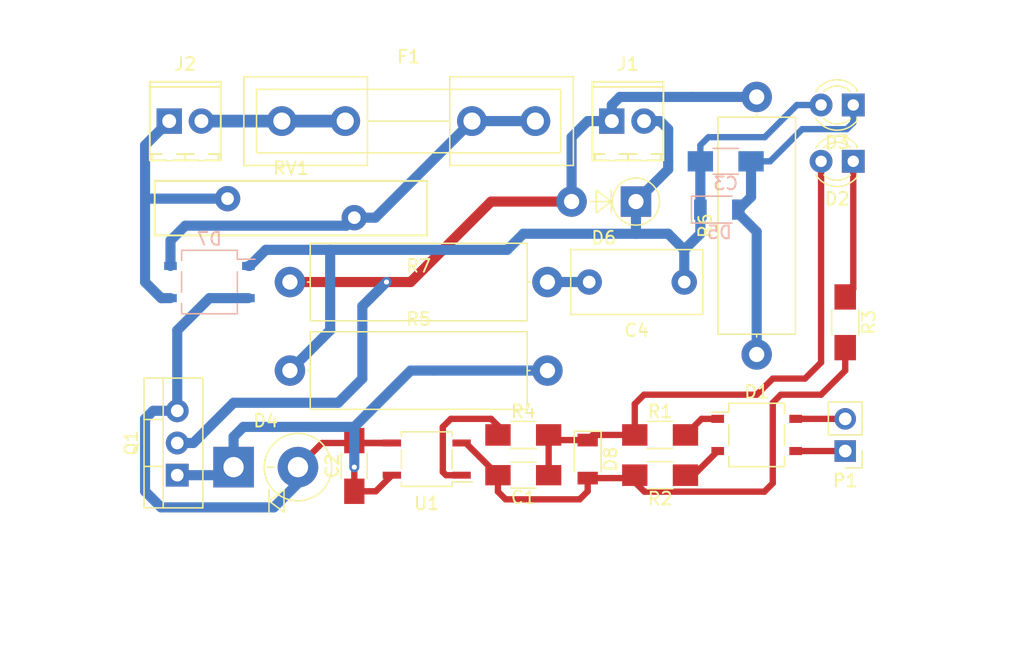
<source format=kicad_pcb>
(kicad_pcb (version 20171130) (host pcbnew "(5.0.0)")

  (general
    (thickness 1.6)
    (drawings 6)
    (tracks 141)
    (zones 0)
    (modules 26)
    (nets 18)
  )

  (page A4)
  (layers
    (0 F.Cu signal)
    (31 B.Cu signal)
    (32 B.Adhes user)
    (33 F.Adhes user)
    (34 B.Paste user)
    (35 F.Paste user)
    (36 B.SilkS user)
    (37 F.SilkS user)
    (38 B.Mask user)
    (39 F.Mask user)
    (40 Dwgs.User user)
    (41 Cmts.User user)
    (42 Eco1.User user)
    (43 Eco2.User user)
    (44 Edge.Cuts user)
    (45 Margin user)
    (46 B.CrtYd user)
    (47 F.CrtYd user)
    (48 B.Fab user)
    (49 F.Fab user)
  )

  (setup
    (last_trace_width 0.5)
    (user_trace_width 0.5)
    (user_trace_width 0.8)
    (user_trace_width 1)
    (trace_clearance 0.2)
    (zone_clearance 0.508)
    (zone_45_only no)
    (trace_min 0.2)
    (segment_width 0.2)
    (edge_width 0.15)
    (via_size 0.6)
    (via_drill 0.4)
    (via_min_size 0.4)
    (via_min_drill 0.3)
    (user_via 2 0.8)
    (uvia_size 0.3)
    (uvia_drill 0.1)
    (uvias_allowed no)
    (uvia_min_size 0.2)
    (uvia_min_drill 0.1)
    (pcb_text_width 0.3)
    (pcb_text_size 1.5 1.5)
    (mod_edge_width 0.15)
    (mod_text_size 1 1)
    (mod_text_width 0.15)
    (pad_size 1.524 1.524)
    (pad_drill 0.762)
    (pad_to_mask_clearance 0.2)
    (aux_axis_origin 0 0)
    (visible_elements 7FFFFFFF)
    (pcbplotparams
      (layerselection 0x00030_80000001)
      (usegerberextensions false)
      (usegerberattributes false)
      (usegerberadvancedattributes false)
      (creategerberjobfile false)
      (excludeedgelayer true)
      (linewidth 0.100000)
      (plotframeref false)
      (viasonmask false)
      (mode 1)
      (useauxorigin false)
      (hpglpennumber 1)
      (hpglpenspeed 20)
      (hpglpendiameter 15.000000)
      (psnegative false)
      (psa4output false)
      (plotreference true)
      (plotvalue true)
      (plotinvisibletext false)
      (padsonsilk false)
      (subtractmaskfromsilk false)
      (outputformat 1)
      (mirror false)
      (drillshape 1)
      (scaleselection 1)
      (outputdirectory ""))
  )

  (net 0 "")
  (net 1 "Net-(C1-Pad1)")
  (net 2 "Net-(C1-Pad2)")
  (net 3 "Net-(C2-Pad1)")
  (net 4 "Net-(C2-Pad2)")
  (net 5 "Net-(C3-Pad1)")
  (net 6 "Net-(C3-Pad2)")
  (net 7 "Net-(C4-Pad2)")
  (net 8 "Net-(D1-Pad1)")
  (net 9 "Net-(D1-Pad2)")
  (net 10 "Net-(D1-Pad3)")
  (net 11 "Net-(D1-Pad4)")
  (net 12 "Net-(D2-Pad1)")
  (net 13 "Net-(D6-Pad2)")
  (net 14 "Net-(D7-Pad3)")
  (net 15 "Net-(D7-Pad4)")
  (net 16 "Net-(F1-Pad1)")
  (net 17 "Net-(R4-Pad1)")

  (net_class Default "Это класс цепей по умолчанию."
    (clearance 0.2)
    (trace_width 0.25)
    (via_dia 0.6)
    (via_drill 0.4)
    (uvia_dia 0.3)
    (uvia_drill 0.1)
    (add_net "Net-(C1-Pad1)")
    (add_net "Net-(C1-Pad2)")
    (add_net "Net-(C2-Pad1)")
    (add_net "Net-(C2-Pad2)")
    (add_net "Net-(C3-Pad1)")
    (add_net "Net-(C3-Pad2)")
    (add_net "Net-(C4-Pad2)")
    (add_net "Net-(D1-Pad1)")
    (add_net "Net-(D1-Pad2)")
    (add_net "Net-(D1-Pad3)")
    (add_net "Net-(D1-Pad4)")
    (add_net "Net-(D2-Pad1)")
    (add_net "Net-(D6-Pad2)")
    (add_net "Net-(D7-Pad3)")
    (add_net "Net-(D7-Pad4)")
    (add_net "Net-(F1-Pad1)")
    (add_net "Net-(R4-Pad1)")
  )

  (net_class power ""
    (clearance 0.5)
    (trace_width 0.8)
    (via_dia 0.6)
    (via_drill 0.4)
    (uvia_dia 0.3)
    (uvia_drill 0.1)
  )

  (module Resistors_SMD:R_1206_HandSoldering (layer F.Cu) (tedit 58E0A804) (tstamp 59EFB1CA)
    (at 150.495 95.885 270)
    (descr "Resistor SMD 1206, hand soldering")
    (tags "resistor 1206")
    (path /59EF8DE2)
    (attr smd)
    (fp_text reference R3 (at 0 -1.85 270) (layer F.SilkS)
      (effects (font (size 1 1) (thickness 0.15)))
    )
    (fp_text value 1k (at 0 1.9 270) (layer F.Fab)
      (effects (font (size 1 1) (thickness 0.15)))
    )
    (fp_text user %R (at 0 0 270) (layer F.Fab)
      (effects (font (size 0.7 0.7) (thickness 0.105)))
    )
    (fp_line (start -1.6 0.8) (end -1.6 -0.8) (layer F.Fab) (width 0.1))
    (fp_line (start 1.6 0.8) (end -1.6 0.8) (layer F.Fab) (width 0.1))
    (fp_line (start 1.6 -0.8) (end 1.6 0.8) (layer F.Fab) (width 0.1))
    (fp_line (start -1.6 -0.8) (end 1.6 -0.8) (layer F.Fab) (width 0.1))
    (fp_line (start 1 1.07) (end -1 1.07) (layer F.SilkS) (width 0.12))
    (fp_line (start -1 -1.07) (end 1 -1.07) (layer F.SilkS) (width 0.12))
    (fp_line (start -3.25 -1.11) (end 3.25 -1.11) (layer F.CrtYd) (width 0.05))
    (fp_line (start -3.25 -1.11) (end -3.25 1.1) (layer F.CrtYd) (width 0.05))
    (fp_line (start 3.25 1.1) (end 3.25 -1.11) (layer F.CrtYd) (width 0.05))
    (fp_line (start 3.25 1.1) (end -3.25 1.1) (layer F.CrtYd) (width 0.05))
    (pad 1 smd rect (at -2 0 270) (size 2 1.7) (layers F.Cu F.Paste F.Mask)
      (net 12 "Net-(D2-Pad1)"))
    (pad 2 smd rect (at 2 0 270) (size 2 1.7) (layers F.Cu F.Paste F.Mask)
      (net 2 "Net-(C1-Pad2)"))
    (model ${KISYS3DMOD}/Resistors_SMD.3dshapes/R_1206.wrl
      (at (xyz 0 0 0))
      (scale (xyz 1 1 1))
      (rotate (xyz 0 0 0))
    )
  )

  (module Capacitors_SMD:C_1206_HandSoldering (layer F.Cu) (tedit 58AA84D1) (tstamp 59EFB14D)
    (at 125.095 107.95 180)
    (descr "Capacitor SMD 1206, hand soldering")
    (tags "capacitor 1206")
    (path /59EF8FE1)
    (attr smd)
    (fp_text reference C1 (at 0 -1.75 180) (layer F.SilkS)
      (effects (font (size 1 1) (thickness 0.15)))
    )
    (fp_text value 0,1 (at 0 2 180) (layer F.Fab)
      (effects (font (size 1 1) (thickness 0.15)))
    )
    (fp_text user %R (at 0 -1.75 180) (layer F.Fab)
      (effects (font (size 1 1) (thickness 0.15)))
    )
    (fp_line (start -1.6 0.8) (end -1.6 -0.8) (layer F.Fab) (width 0.1))
    (fp_line (start 1.6 0.8) (end -1.6 0.8) (layer F.Fab) (width 0.1))
    (fp_line (start 1.6 -0.8) (end 1.6 0.8) (layer F.Fab) (width 0.1))
    (fp_line (start -1.6 -0.8) (end 1.6 -0.8) (layer F.Fab) (width 0.1))
    (fp_line (start 1 -1.02) (end -1 -1.02) (layer F.SilkS) (width 0.12))
    (fp_line (start -1 1.02) (end 1 1.02) (layer F.SilkS) (width 0.12))
    (fp_line (start -3.25 -1.05) (end 3.25 -1.05) (layer F.CrtYd) (width 0.05))
    (fp_line (start -3.25 -1.05) (end -3.25 1.05) (layer F.CrtYd) (width 0.05))
    (fp_line (start 3.25 1.05) (end 3.25 -1.05) (layer F.CrtYd) (width 0.05))
    (fp_line (start 3.25 1.05) (end -3.25 1.05) (layer F.CrtYd) (width 0.05))
    (pad 1 smd rect (at -2 0 180) (size 2 1.6) (layers F.Cu F.Paste F.Mask)
      (net 1 "Net-(C1-Pad1)"))
    (pad 2 smd rect (at 2 0 180) (size 2 1.6) (layers F.Cu F.Paste F.Mask)
      (net 2 "Net-(C1-Pad2)"))
    (model Capacitors_SMD.3dshapes/C_1206.wrl
      (at (xyz 0 0 0))
      (scale (xyz 1 1 1))
      (rotate (xyz 0 0 0))
    )
  )

  (module Capacitors_SMD:C_1206_HandSoldering (layer F.Cu) (tedit 58AA84D1) (tstamp 59EFB153)
    (at 111.76 107.22 90)
    (descr "Capacitor SMD 1206, hand soldering")
    (tags "capacitor 1206")
    (path /59EF94AB)
    (attr smd)
    (fp_text reference C2 (at 0 -1.75 90) (layer F.SilkS)
      (effects (font (size 1 1) (thickness 0.15)))
    )
    (fp_text value 0,1 (at 0 2 90) (layer F.Fab)
      (effects (font (size 1 1) (thickness 0.15)))
    )
    (fp_text user %R (at 0 -1.75 90) (layer F.Fab)
      (effects (font (size 1 1) (thickness 0.15)))
    )
    (fp_line (start -1.6 0.8) (end -1.6 -0.8) (layer F.Fab) (width 0.1))
    (fp_line (start 1.6 0.8) (end -1.6 0.8) (layer F.Fab) (width 0.1))
    (fp_line (start 1.6 -0.8) (end 1.6 0.8) (layer F.Fab) (width 0.1))
    (fp_line (start -1.6 -0.8) (end 1.6 -0.8) (layer F.Fab) (width 0.1))
    (fp_line (start 1 -1.02) (end -1 -1.02) (layer F.SilkS) (width 0.12))
    (fp_line (start -1 1.02) (end 1 1.02) (layer F.SilkS) (width 0.12))
    (fp_line (start -3.25 -1.05) (end 3.25 -1.05) (layer F.CrtYd) (width 0.05))
    (fp_line (start -3.25 -1.05) (end -3.25 1.05) (layer F.CrtYd) (width 0.05))
    (fp_line (start 3.25 1.05) (end 3.25 -1.05) (layer F.CrtYd) (width 0.05))
    (fp_line (start 3.25 1.05) (end -3.25 1.05) (layer F.CrtYd) (width 0.05))
    (pad 1 smd rect (at -2 0 90) (size 2 1.6) (layers F.Cu F.Paste F.Mask)
      (net 3 "Net-(C2-Pad1)"))
    (pad 2 smd rect (at 2 0 90) (size 2 1.6) (layers F.Cu F.Paste F.Mask)
      (net 4 "Net-(C2-Pad2)"))
    (model Capacitors_SMD.3dshapes/C_1206.wrl
      (at (xyz 0 0 0))
      (scale (xyz 1 1 1))
      (rotate (xyz 0 0 0))
    )
  )

  (module Capacitors_SMD:C_1206_HandSoldering (layer B.Cu) (tedit 58AA84D1) (tstamp 59EFB159)
    (at 141.065 83.185)
    (descr "Capacitor SMD 1206, hand soldering")
    (tags "capacitor 1206")
    (path /59EF987A)
    (attr smd)
    (fp_text reference C3 (at 0 1.75) (layer B.SilkS)
      (effects (font (size 1 1) (thickness 0.15)) (justify mirror))
    )
    (fp_text value 0,1 (at 0 -2) (layer B.Fab)
      (effects (font (size 1 1) (thickness 0.15)) (justify mirror))
    )
    (fp_text user %R (at 0 1.75) (layer B.Fab)
      (effects (font (size 1 1) (thickness 0.15)) (justify mirror))
    )
    (fp_line (start -1.6 -0.8) (end -1.6 0.8) (layer B.Fab) (width 0.1))
    (fp_line (start 1.6 -0.8) (end -1.6 -0.8) (layer B.Fab) (width 0.1))
    (fp_line (start 1.6 0.8) (end 1.6 -0.8) (layer B.Fab) (width 0.1))
    (fp_line (start -1.6 0.8) (end 1.6 0.8) (layer B.Fab) (width 0.1))
    (fp_line (start 1 1.02) (end -1 1.02) (layer B.SilkS) (width 0.12))
    (fp_line (start -1 -1.02) (end 1 -1.02) (layer B.SilkS) (width 0.12))
    (fp_line (start -3.25 1.05) (end 3.25 1.05) (layer B.CrtYd) (width 0.05))
    (fp_line (start -3.25 1.05) (end -3.25 -1.05) (layer B.CrtYd) (width 0.05))
    (fp_line (start 3.25 -1.05) (end 3.25 1.05) (layer B.CrtYd) (width 0.05))
    (fp_line (start 3.25 -1.05) (end -3.25 -1.05) (layer B.CrtYd) (width 0.05))
    (pad 1 smd rect (at -2 0) (size 2 1.6) (layers B.Cu B.Paste B.Mask)
      (net 5 "Net-(C3-Pad1)"))
    (pad 2 smd rect (at 2 0) (size 2 1.6) (layers B.Cu B.Paste B.Mask)
      (net 6 "Net-(C3-Pad2)"))
    (model Capacitors_SMD.3dshapes/C_1206.wrl
      (at (xyz 0 0 0))
      (scale (xyz 1 1 1))
      (rotate (xyz 0 0 0))
    )
  )

  (module Capacitors_THT:C_Rect_L10.3mm_W5.0mm_P7.50mm_MKS4 (layer F.Cu) (tedit 59EFB54C) (tstamp 59EFB15F)
    (at 137.795 92.71 180)
    (descr "C, Rect series, Radial, pin pitch=7.50mm, , length*width=10.3*5mm^2, Capacitor, http://www.wima.com/EN/WIMA_MKS_4.pdf")
    (tags "C Rect series Radial pin pitch 7.50mm  length 10.3mm width 5mm Capacitor")
    (path /59EF98D3)
    (fp_text reference C4 (at 3.75 -3.81 180) (layer F.SilkS)
      (effects (font (size 1 1) (thickness 0.15)))
    )
    (fp_text value "0,1 400v" (at 3.175 -1.27 180) (layer F.Fab)
      (effects (font (size 1 1) (thickness 0.15)))
    )
    (fp_line (start -1.4 -2.5) (end -1.4 2.5) (layer F.Fab) (width 0.1))
    (fp_line (start -1.4 2.5) (end 8.9 2.5) (layer F.Fab) (width 0.1))
    (fp_line (start 8.9 2.5) (end 8.9 -2.5) (layer F.Fab) (width 0.1))
    (fp_line (start 8.9 -2.5) (end -1.4 -2.5) (layer F.Fab) (width 0.1))
    (fp_line (start -1.46 -2.56) (end 8.96 -2.56) (layer F.SilkS) (width 0.12))
    (fp_line (start -1.46 2.56) (end 8.96 2.56) (layer F.SilkS) (width 0.12))
    (fp_line (start -1.46 -2.56) (end -1.46 2.56) (layer F.SilkS) (width 0.12))
    (fp_line (start 8.96 -2.56) (end 8.96 2.56) (layer F.SilkS) (width 0.12))
    (fp_line (start -1.75 -2.85) (end -1.75 2.85) (layer F.CrtYd) (width 0.05))
    (fp_line (start -1.75 2.85) (end 9.25 2.85) (layer F.CrtYd) (width 0.05))
    (fp_line (start 9.25 2.85) (end 9.25 -2.85) (layer F.CrtYd) (width 0.05))
    (fp_line (start 9.25 -2.85) (end -1.75 -2.85) (layer F.CrtYd) (width 0.05))
    (fp_text user %R (at 3.75 0 180) (layer F.Fab)
      (effects (font (size 1 1) (thickness 0.15)))
    )
    (pad 1 thru_hole circle (at 0 0 180) (size 2 2) (drill 1) (layers *.Cu *.Mask)
      (net 5 "Net-(C3-Pad1)"))
    (pad 2 thru_hole circle (at 7.5 0 180) (size 2 2) (drill 1) (layers *.Cu *.Mask)
      (net 7 "Net-(C4-Pad2)"))
    (model ${KISYS3DMOD}/Capacitors_THT.3dshapes/C_Rect_L10.3mm_W5.0mm_P7.50mm_MKS4.wrl
      (at (xyz 0 0 0))
      (scale (xyz 1 1 1))
      (rotate (xyz 0 0 0))
    )
  )

  (module Diodes_SMD:Diode_Bridge_TO-269AA (layer F.Cu) (tedit 59362E8E) (tstamp 59EFB167)
    (at 143.51 104.775)
    (descr "SMD diode bridge TO-269AA (MBS), see http://www.vishay.com/docs/88854/padlayouts.pdf")
    (tags "TO-269AA MBS")
    (path /59EFB950)
    (attr smd)
    (fp_text reference D1 (at 0 -3.4) (layer F.SilkS)
      (effects (font (size 1 1) (thickness 0.15)))
    )
    (fp_text value MB6S (at 0 3.5) (layer F.Fab)
      (effects (font (size 1 1) (thickness 0.15)))
    )
    (fp_line (start -2.2 -2.5) (end -2.2 -1.8) (layer F.SilkS) (width 0.12))
    (fp_line (start -2.2 -1.8) (end -3.6 -1.8) (layer F.SilkS) (width 0.12))
    (fp_text user %R (at 0 -0.065) (layer F.Fab)
      (effects (font (size 1 1) (thickness 0.15)))
    )
    (fp_line (start 2.2 -0.8) (end 2.2 0.8) (layer F.SilkS) (width 0.12))
    (fp_line (start -2.2 -0.8) (end -2.2 0.8) (layer F.SilkS) (width 0.12))
    (fp_line (start 2.2 -1.7) (end 2.2 -2.5) (layer F.SilkS) (width 0.12))
    (fp_line (start 2.2 -2.5) (end -2.2 -2.5) (layer F.SilkS) (width 0.12))
    (fp_line (start 2.2 1.7) (end 2.2 2.5) (layer F.SilkS) (width 0.12))
    (fp_line (start 2.2 2.5) (end -2.2 2.5) (layer F.SilkS) (width 0.12))
    (fp_line (start -2.2 2.5) (end -2.2 1.7) (layer F.SilkS) (width 0.12))
    (fp_line (start 2.05 -2.4) (end 2.05 2.4) (layer F.Fab) (width 0.12))
    (fp_line (start 2.05 2.4) (end -2.05 2.4) (layer F.Fab) (width 0.12))
    (fp_line (start -2.05 2.4) (end -2.05 -1.7) (layer F.Fab) (width 0.12))
    (fp_line (start -2.05 -1.7) (end -1.35 -2.4) (layer F.Fab) (width 0.12))
    (fp_line (start -1.35 -2.4) (end 2.05 -2.4) (layer F.Fab) (width 0.12))
    (fp_line (start -3.82 -2.65) (end 3.83 -2.65) (layer F.CrtYd) (width 0.05))
    (fp_line (start -3.82 -2.65) (end -3.82 2.65) (layer F.CrtYd) (width 0.05))
    (fp_line (start 3.83 2.65) (end 3.83 -2.65) (layer F.CrtYd) (width 0.05))
    (fp_line (start 3.83 2.65) (end -3.82 2.65) (layer F.CrtYd) (width 0.05))
    (pad 1 smd rect (at -3.075 -1.27) (size 1 0.64) (layers F.Cu F.Paste F.Mask)
      (net 8 "Net-(D1-Pad1)"))
    (pad 2 smd rect (at -3.075 1.27) (size 1 0.64) (layers F.Cu F.Paste F.Mask)
      (net 9 "Net-(D1-Pad2)"))
    (pad 3 smd rect (at 3.075 1.27) (size 1 0.64) (layers F.Cu F.Paste F.Mask)
      (net 10 "Net-(D1-Pad3)"))
    (pad 4 smd rect (at 3.075 -1.27) (size 1 0.64) (layers F.Cu F.Paste F.Mask)
      (net 11 "Net-(D1-Pad4)"))
    (model ${KISYS3DMOD}/Diodes_SMD.3dshapes/Diode_Bridge_TO-269AA.wrl
      (offset (xyz 0 0.01501139977455139 0))
      (scale (xyz 1 1 1))
      (rotate (xyz 0 0 0))
    )
  )

  (module LEDs:LED_D3.0mm (layer F.Cu) (tedit 587A3A7B) (tstamp 59EFB16D)
    (at 151.13 83.185 180)
    (descr "LED, diameter 3.0mm, 2 pins")
    (tags "LED diameter 3.0mm 2 pins")
    (path /59EF8D3B)
    (fp_text reference D2 (at 1.27 -2.96 180) (layer F.SilkS)
      (effects (font (size 1 1) (thickness 0.15)))
    )
    (fp_text value LED (at 1.27 2.96 180) (layer F.Fab)
      (effects (font (size 1 1) (thickness 0.15)))
    )
    (fp_arc (start 1.27 0) (end -0.23 -1.16619) (angle 284.3) (layer F.Fab) (width 0.1))
    (fp_arc (start 1.27 0) (end -0.29 -1.235516) (angle 108.8) (layer F.SilkS) (width 0.12))
    (fp_arc (start 1.27 0) (end -0.29 1.235516) (angle -108.8) (layer F.SilkS) (width 0.12))
    (fp_arc (start 1.27 0) (end 0.229039 -1.08) (angle 87.9) (layer F.SilkS) (width 0.12))
    (fp_arc (start 1.27 0) (end 0.229039 1.08) (angle -87.9) (layer F.SilkS) (width 0.12))
    (fp_circle (center 1.27 0) (end 2.77 0) (layer F.Fab) (width 0.1))
    (fp_line (start -0.23 -1.16619) (end -0.23 1.16619) (layer F.Fab) (width 0.1))
    (fp_line (start -0.29 -1.236) (end -0.29 -1.08) (layer F.SilkS) (width 0.12))
    (fp_line (start -0.29 1.08) (end -0.29 1.236) (layer F.SilkS) (width 0.12))
    (fp_line (start -1.15 -2.25) (end -1.15 2.25) (layer F.CrtYd) (width 0.05))
    (fp_line (start -1.15 2.25) (end 3.7 2.25) (layer F.CrtYd) (width 0.05))
    (fp_line (start 3.7 2.25) (end 3.7 -2.25) (layer F.CrtYd) (width 0.05))
    (fp_line (start 3.7 -2.25) (end -1.15 -2.25) (layer F.CrtYd) (width 0.05))
    (pad 1 thru_hole rect (at 0 0 180) (size 1.8 1.8) (drill 0.9) (layers *.Cu *.Mask)
      (net 12 "Net-(D2-Pad1)"))
    (pad 2 thru_hole circle (at 2.54 0 180) (size 1.8 1.8) (drill 0.9) (layers *.Cu *.Mask)
      (net 1 "Net-(C1-Pad1)"))
    (model ${KISYS3DMOD}/LEDs.3dshapes/LED_D3.0mm.wrl
      (at (xyz 0 0 0))
      (scale (xyz 0.393701 0.393701 0.393701))
      (rotate (xyz 0 0 0))
    )
  )

  (module LEDs:LED_D3.0mm (layer F.Cu) (tedit 587A3A7B) (tstamp 59EFB173)
    (at 151.13 78.74 180)
    (descr "LED, diameter 3.0mm, 2 pins")
    (tags "LED diameter 3.0mm 2 pins")
    (path /59EF99DE)
    (fp_text reference D3 (at 1.27 -2.96 180) (layer F.SilkS)
      (effects (font (size 1 1) (thickness 0.15)))
    )
    (fp_text value LED (at 1.27 2.96 180) (layer F.Fab)
      (effects (font (size 1 1) (thickness 0.15)))
    )
    (fp_arc (start 1.27 0) (end -0.23 -1.16619) (angle 284.3) (layer F.Fab) (width 0.1))
    (fp_arc (start 1.27 0) (end -0.29 -1.235516) (angle 108.8) (layer F.SilkS) (width 0.12))
    (fp_arc (start 1.27 0) (end -0.29 1.235516) (angle -108.8) (layer F.SilkS) (width 0.12))
    (fp_arc (start 1.27 0) (end 0.229039 -1.08) (angle 87.9) (layer F.SilkS) (width 0.12))
    (fp_arc (start 1.27 0) (end 0.229039 1.08) (angle -87.9) (layer F.SilkS) (width 0.12))
    (fp_circle (center 1.27 0) (end 2.77 0) (layer F.Fab) (width 0.1))
    (fp_line (start -0.23 -1.16619) (end -0.23 1.16619) (layer F.Fab) (width 0.1))
    (fp_line (start -0.29 -1.236) (end -0.29 -1.08) (layer F.SilkS) (width 0.12))
    (fp_line (start -0.29 1.08) (end -0.29 1.236) (layer F.SilkS) (width 0.12))
    (fp_line (start -1.15 -2.25) (end -1.15 2.25) (layer F.CrtYd) (width 0.05))
    (fp_line (start -1.15 2.25) (end 3.7 2.25) (layer F.CrtYd) (width 0.05))
    (fp_line (start 3.7 2.25) (end 3.7 -2.25) (layer F.CrtYd) (width 0.05))
    (fp_line (start 3.7 -2.25) (end -1.15 -2.25) (layer F.CrtYd) (width 0.05))
    (pad 1 thru_hole rect (at 0 0 180) (size 1.8 1.8) (drill 0.9) (layers *.Cu *.Mask)
      (net 6 "Net-(C3-Pad2)"))
    (pad 2 thru_hole circle (at 2.54 0 180) (size 1.8 1.8) (drill 0.9) (layers *.Cu *.Mask)
      (net 5 "Net-(C3-Pad1)"))
    (model ${KISYS3DMOD}/LEDs.3dshapes/LED_D3.0mm.wrl
      (at (xyz 0 0 0))
      (scale (xyz 0.393701 0.393701 0.393701))
      (rotate (xyz 0 0 0))
    )
  )

  (module Diodes_THT:D_DO-201AD_P5.08mm_Vertical_KathodeUp (layer F.Cu) (tedit 59EFBA57) (tstamp 59EFB179)
    (at 102.235 107.315)
    (descr "D, DO-201AD series, Axial, Vertical, pin pitch=5.08mm, , length*diameter=9.5*5.2mm^2, , http://www.diodes.com/_files/packages/DO-201AD.pdf")
    (tags "D DO-201AD series Axial Vertical pin pitch 5.08mm  length 9.5mm diameter 5.2mm")
    (path /59EF950A)
    (fp_text reference D4 (at 2.54 -3.66) (layer F.SilkS)
      (effects (font (size 1 1) (thickness 0.15)))
    )
    (fp_text value "7,5v 1500a" (at 3.175 -2.54) (layer F.Fab)
      (effects (font (size 1 1) (thickness 0.15)))
    )
    (fp_text user K (at -2.3 0) (layer F.Fab)
      (effects (font (size 1 1) (thickness 0.15)))
    )
    (fp_text user %R (at 2.54 0) (layer F.Fab)
      (effects (font (size 1 1) (thickness 0.15)))
    )
    (fp_line (start 0 0) (end 5.08 0) (layer F.Fab) (width 0.1))
    (fp_line (start 2.66 0) (end 3.18 0) (layer F.SilkS) (width 0.12))
    (fp_line (start 2.794 1.78) (end 2.794 3.558) (layer F.SilkS) (width 0.12))
    (fp_line (start 2.794 2.669) (end 3.979333 1.78) (layer F.SilkS) (width 0.12))
    (fp_line (start 3.979333 1.78) (end 3.979333 3.558) (layer F.SilkS) (width 0.12))
    (fp_line (start 3.979333 3.558) (end 2.794 2.669) (layer F.SilkS) (width 0.12))
    (fp_line (start -1.95 -2.95) (end -1.95 2.95) (layer F.CrtYd) (width 0.05))
    (fp_line (start -1.95 2.95) (end 8 2.95) (layer F.CrtYd) (width 0.05))
    (fp_line (start 8 2.95) (end 8 -2.95) (layer F.CrtYd) (width 0.05))
    (fp_line (start 8 -2.95) (end -1.95 -2.95) (layer F.CrtYd) (width 0.05))
    (fp_circle (center 5.08 0) (end 7.68 0) (layer F.Fab) (width 0.1))
    (fp_circle (center 5.08 0) (end 7.74 0) (layer F.SilkS) (width 0.12))
    (pad 1 thru_hole rect (at 0 0) (size 3.2 3.2) (drill 1.6) (layers *.Cu *.Mask)
      (net 3 "Net-(C2-Pad1)"))
    (pad 2 thru_hole oval (at 5.08 0) (size 3.2 3.2) (drill 1.6) (layers *.Cu *.Mask)
      (net 4 "Net-(C2-Pad2)"))
    (model ${KISYS3DMOD}/Diodes_THT.3dshapes/D_DO-201AD_P5.08mm_Vertical_KathodeUp.wrl
      (at (xyz 0 0 0))
      (scale (xyz 0.393701 0.393701 0.393701))
      (rotate (xyz 0 0 0))
    )
  )

  (module Diodes_SMD:D_1206 (layer B.Cu) (tedit 590CEAF5) (tstamp 59EFB17F)
    (at 140.565 86.995)
    (descr "Diode SMD 1206, reflow soldering http://datasheets.avx.com/schottky.pdf")
    (tags "Diode 1206")
    (path /59EFA527)
    (attr smd)
    (fp_text reference D5 (at 0 1.8) (layer B.SilkS)
      (effects (font (size 1 1) (thickness 0.15)) (justify mirror))
    )
    (fp_text value 5v6 (at 0 -1.9) (layer B.Fab)
      (effects (font (size 1 1) (thickness 0.15)) (justify mirror))
    )
    (fp_text user %R (at 0 1.8) (layer B.Fab)
      (effects (font (size 1 1) (thickness 0.15)) (justify mirror))
    )
    (fp_line (start -0.254 0.254) (end -0.254 -0.254) (layer B.Fab) (width 0.1))
    (fp_line (start 0.127 0) (end 0.381 0) (layer B.Fab) (width 0.1))
    (fp_line (start -0.254 0) (end -0.508 0) (layer B.Fab) (width 0.1))
    (fp_line (start 0.127 -0.254) (end -0.254 0) (layer B.Fab) (width 0.1))
    (fp_line (start 0.127 0.254) (end 0.127 -0.254) (layer B.Fab) (width 0.1))
    (fp_line (start -0.254 0) (end 0.127 0.254) (layer B.Fab) (width 0.1))
    (fp_line (start -2.2 1.06) (end -2.2 -1.06) (layer B.SilkS) (width 0.12))
    (fp_line (start -1.7 -0.95) (end -1.7 0.95) (layer B.Fab) (width 0.1))
    (fp_line (start 1.7 -0.95) (end -1.7 -0.95) (layer B.Fab) (width 0.1))
    (fp_line (start 1.7 0.95) (end 1.7 -0.95) (layer B.Fab) (width 0.1))
    (fp_line (start -1.7 0.95) (end 1.7 0.95) (layer B.Fab) (width 0.1))
    (fp_line (start -2.3 1.16) (end 2.3 1.16) (layer B.CrtYd) (width 0.05))
    (fp_line (start -2.3 -1.16) (end 2.3 -1.16) (layer B.CrtYd) (width 0.05))
    (fp_line (start -2.3 1.16) (end -2.3 -1.16) (layer B.CrtYd) (width 0.05))
    (fp_line (start 2.3 1.16) (end 2.3 -1.16) (layer B.CrtYd) (width 0.05))
    (fp_line (start 1 1.06) (end -2.2 1.06) (layer B.SilkS) (width 0.12))
    (fp_line (start -2.2 -1.06) (end 1 -1.06) (layer B.SilkS) (width 0.12))
    (pad 1 smd rect (at -1.5 0) (size 1 1.6) (layers B.Cu B.Paste B.Mask)
      (net 5 "Net-(C3-Pad1)"))
    (pad 2 smd rect (at 1.5 0) (size 1 1.6) (layers B.Cu B.Paste B.Mask)
      (net 6 "Net-(C3-Pad2)"))
    (model ${KISYS3DMOD}/Diodes_SMD.3dshapes/D_1206.wrl
      (at (xyz 0 0 0))
      (scale (xyz 1 1 1))
      (rotate (xyz 0 0 0))
    )
  )

  (module Diodes_THT:D_DO-15_P5.08mm_Vertical_AnodeUp (layer F.Cu) (tedit 5921392E) (tstamp 59EFB185)
    (at 133.985 86.36 180)
    (descr "D, DO-15 series, Axial, Vertical, pin pitch=5.08mm, , length*diameter=7.6*3.6mm^2, , http://www.diodes.com/_files/packages/DO-15.pdf")
    (tags "D DO-15 series Axial Vertical pin pitch 5.08mm  length 7.6mm diameter 3.6mm")
    (path /59EF97B0)
    (fp_text reference D6 (at 2.54 -2.86 180) (layer F.SilkS)
      (effects (font (size 1 1) (thickness 0.15)))
    )
    (fp_text value RL206 (at 2.54 2.86 180) (layer F.Fab)
      (effects (font (size 1 1) (thickness 0.15)))
    )
    (fp_text user K (at -2.56 0 180) (layer F.Fab)
      (effects (font (size 1 1) (thickness 0.15)))
    )
    (fp_text user %R (at 2.54 0 180) (layer F.Fab)
      (effects (font (size 1 1) (thickness 0.15)))
    )
    (fp_line (start 0 0) (end 5.08 0) (layer F.Fab) (width 0.1))
    (fp_line (start 1.86 0) (end 3.58 0) (layer F.SilkS) (width 0.12))
    (fp_line (start 1.947333 -0.889) (end 1.947333 0.889) (layer F.SilkS) (width 0.12))
    (fp_line (start 1.947333 0) (end 3.132667 -0.889) (layer F.SilkS) (width 0.12))
    (fp_line (start 3.132667 -0.889) (end 3.132667 0.889) (layer F.SilkS) (width 0.12))
    (fp_line (start 3.132667 0.889) (end 1.947333 0) (layer F.SilkS) (width 0.12))
    (fp_line (start -2.15 -2.15) (end -2.15 2.15) (layer F.CrtYd) (width 0.05))
    (fp_line (start -2.15 2.15) (end 6.6 2.15) (layer F.CrtYd) (width 0.05))
    (fp_line (start 6.6 2.15) (end 6.6 -2.15) (layer F.CrtYd) (width 0.05))
    (fp_line (start 6.6 -2.15) (end -2.15 -2.15) (layer F.CrtYd) (width 0.05))
    (fp_circle (center 0 0) (end 1.8 0) (layer F.Fab) (width 0.1))
    (fp_circle (center 0 0) (end 1.86 0) (layer F.SilkS) (width 0.12))
    (pad 1 thru_hole rect (at 0 0 180) (size 2.4 2.4) (drill 1.2) (layers *.Cu *.Mask)
      (net 5 "Net-(C3-Pad1)"))
    (pad 2 thru_hole oval (at 5.08 0 180) (size 2.4 2.4) (drill 1.2) (layers *.Cu *.Mask)
      (net 13 "Net-(D6-Pad2)"))
    (model ${KISYS3DMOD}/Diodes_THT.3dshapes/D_DO-15_P5.08mm_Vertical_AnodeUp.wrl
      (at (xyz 0 0 0))
      (scale (xyz 0.393701 0.393701 0.393701))
      (rotate (xyz 0 0 0))
    )
  )

  (module Diodes_SMD:Diode_Bridge_TO-269AA (layer B.Cu) (tedit 59362E8E) (tstamp 59EFB18D)
    (at 100.33 92.71 180)
    (descr "SMD diode bridge TO-269AA (MBS), see http://www.vishay.com/docs/88854/padlayouts.pdf")
    (tags "TO-269AA MBS")
    (path /59EFBBD9)
    (attr smd)
    (fp_text reference D7 (at 0 3.4 180) (layer B.SilkS)
      (effects (font (size 1 1) (thickness 0.15)) (justify mirror))
    )
    (fp_text value MB6S (at 0 -3.5 180) (layer B.Fab)
      (effects (font (size 1 1) (thickness 0.15)) (justify mirror))
    )
    (fp_line (start -2.2 2.5) (end -2.2 1.8) (layer B.SilkS) (width 0.12))
    (fp_line (start -2.2 1.8) (end -3.6 1.8) (layer B.SilkS) (width 0.12))
    (fp_text user %R (at 0 0.065 180) (layer B.Fab)
      (effects (font (size 1 1) (thickness 0.15)) (justify mirror))
    )
    (fp_line (start 2.2 0.8) (end 2.2 -0.8) (layer B.SilkS) (width 0.12))
    (fp_line (start -2.2 0.8) (end -2.2 -0.8) (layer B.SilkS) (width 0.12))
    (fp_line (start 2.2 1.7) (end 2.2 2.5) (layer B.SilkS) (width 0.12))
    (fp_line (start 2.2 2.5) (end -2.2 2.5) (layer B.SilkS) (width 0.12))
    (fp_line (start 2.2 -1.7) (end 2.2 -2.5) (layer B.SilkS) (width 0.12))
    (fp_line (start 2.2 -2.5) (end -2.2 -2.5) (layer B.SilkS) (width 0.12))
    (fp_line (start -2.2 -2.5) (end -2.2 -1.7) (layer B.SilkS) (width 0.12))
    (fp_line (start 2.05 2.4) (end 2.05 -2.4) (layer B.Fab) (width 0.12))
    (fp_line (start 2.05 -2.4) (end -2.05 -2.4) (layer B.Fab) (width 0.12))
    (fp_line (start -2.05 -2.4) (end -2.05 1.7) (layer B.Fab) (width 0.12))
    (fp_line (start -2.05 1.7) (end -1.35 2.4) (layer B.Fab) (width 0.12))
    (fp_line (start -1.35 2.4) (end 2.05 2.4) (layer B.Fab) (width 0.12))
    (fp_line (start -3.82 2.65) (end 3.83 2.65) (layer B.CrtYd) (width 0.05))
    (fp_line (start -3.82 2.65) (end -3.82 -2.65) (layer B.CrtYd) (width 0.05))
    (fp_line (start 3.83 -2.65) (end 3.83 2.65) (layer B.CrtYd) (width 0.05))
    (fp_line (start 3.83 -2.65) (end -3.82 -2.65) (layer B.CrtYd) (width 0.05))
    (pad 1 smd rect (at -3.075 1.27 180) (size 1 0.64) (layers B.Cu B.Paste B.Mask)
      (net 5 "Net-(C3-Pad1)"))
    (pad 2 smd rect (at -3.075 -1.27 180) (size 1 0.64) (layers B.Cu B.Paste B.Mask)
      (net 4 "Net-(C2-Pad2)"))
    (pad 3 smd rect (at 3.075 -1.27 180) (size 1 0.64) (layers B.Cu B.Paste B.Mask)
      (net 14 "Net-(D7-Pad3)"))
    (pad 4 smd rect (at 3.075 1.27 180) (size 1 0.64) (layers B.Cu B.Paste B.Mask)
      (net 15 "Net-(D7-Pad4)"))
    (model ${KISYS3DMOD}/Diodes_SMD.3dshapes/Diode_Bridge_TO-269AA.wrl
      (offset (xyz 0 0.01501139977455139 0))
      (scale (xyz 1 1 1))
      (rotate (xyz 0 0 0))
    )
  )

  (module Diodes_SMD:D_1206 (layer F.Cu) (tedit 590CEAF5) (tstamp 59EFB193)
    (at 130.175 106.68 270)
    (descr "Diode SMD 1206, reflow soldering http://datasheets.avx.com/schottky.pdf")
    (tags "Diode 1206")
    (path /59EF8CF6)
    (attr smd)
    (fp_text reference D8 (at 0 -1.8 270) (layer F.SilkS)
      (effects (font (size 1 1) (thickness 0.15)))
    )
    (fp_text value 5v6 (at 0 1.9 270) (layer F.Fab)
      (effects (font (size 1 1) (thickness 0.15)))
    )
    (fp_text user %R (at 0 -1.8 270) (layer F.Fab)
      (effects (font (size 1 1) (thickness 0.15)))
    )
    (fp_line (start -0.254 -0.254) (end -0.254 0.254) (layer F.Fab) (width 0.1))
    (fp_line (start 0.127 0) (end 0.381 0) (layer F.Fab) (width 0.1))
    (fp_line (start -0.254 0) (end -0.508 0) (layer F.Fab) (width 0.1))
    (fp_line (start 0.127 0.254) (end -0.254 0) (layer F.Fab) (width 0.1))
    (fp_line (start 0.127 -0.254) (end 0.127 0.254) (layer F.Fab) (width 0.1))
    (fp_line (start -0.254 0) (end 0.127 -0.254) (layer F.Fab) (width 0.1))
    (fp_line (start -2.2 -1.06) (end -2.2 1.06) (layer F.SilkS) (width 0.12))
    (fp_line (start -1.7 0.95) (end -1.7 -0.95) (layer F.Fab) (width 0.1))
    (fp_line (start 1.7 0.95) (end -1.7 0.95) (layer F.Fab) (width 0.1))
    (fp_line (start 1.7 -0.95) (end 1.7 0.95) (layer F.Fab) (width 0.1))
    (fp_line (start -1.7 -0.95) (end 1.7 -0.95) (layer F.Fab) (width 0.1))
    (fp_line (start -2.3 -1.16) (end 2.3 -1.16) (layer F.CrtYd) (width 0.05))
    (fp_line (start -2.3 1.16) (end 2.3 1.16) (layer F.CrtYd) (width 0.05))
    (fp_line (start -2.3 -1.16) (end -2.3 1.16) (layer F.CrtYd) (width 0.05))
    (fp_line (start 2.3 -1.16) (end 2.3 1.16) (layer F.CrtYd) (width 0.05))
    (fp_line (start 1 -1.06) (end -2.2 -1.06) (layer F.SilkS) (width 0.12))
    (fp_line (start -2.2 1.06) (end 1 1.06) (layer F.SilkS) (width 0.12))
    (pad 1 smd rect (at -1.5 0 270) (size 1 1.6) (layers F.Cu F.Paste F.Mask)
      (net 1 "Net-(C1-Pad1)"))
    (pad 2 smd rect (at 1.5 0 270) (size 1 1.6) (layers F.Cu F.Paste F.Mask)
      (net 2 "Net-(C1-Pad2)"))
    (model ${KISYS3DMOD}/Diodes_SMD.3dshapes/D_1206.wrl
      (at (xyz 0 0 0))
      (scale (xyz 1 1 1))
      (rotate (xyz 0 0 0))
    )
  )

  (module Fuse_Holders_and_Fuses:Fuseholder5x20_horiz_open_inline_Type-I (layer F.Cu) (tedit 59EFB3A2) (tstamp 59EFB19B)
    (at 106.045 80.01)
    (descr "Fuseholder, 5x20, open, horizontal, Type-I, Inline,")
    (tags "Fuseholder 5x20 open horizontal Type-I Inline Sicherungshalter offen ")
    (path /59EF9FEC)
    (fp_text reference F1 (at 10 -5.08) (layer F.SilkS)
      (effects (font (size 1 1) (thickness 0.15)))
    )
    (fp_text value 0,5A (at 10.16 -1.27) (layer F.Fab)
      (effects (font (size 1 1) (thickness 0.15)))
    )
    (fp_line (start 5 0) (end 15 0) (layer F.Fab) (width 0.1))
    (fp_line (start -2 -2.5) (end 22 -2.5) (layer F.Fab) (width 0.1))
    (fp_line (start 22 -2.5) (end 22 2.5) (layer F.Fab) (width 0.1))
    (fp_line (start 22 2.5) (end -2 2.5) (layer F.Fab) (width 0.1))
    (fp_line (start -2 2.5) (end -2 -2.5) (layer F.Fab) (width 0.1))
    (fp_line (start 13.35 -3.4) (end 13.35 3.4) (layer F.Fab) (width 0.1))
    (fp_line (start 13.35 3.4) (end 22.9 3.4) (layer F.Fab) (width 0.1))
    (fp_line (start 22.9 3.4) (end 22.9 -3.4) (layer F.Fab) (width 0.1))
    (fp_line (start 22.9 -3.4) (end 13.35 -3.4) (layer F.Fab) (width 0.1))
    (fp_line (start -2.95 -3.4) (end 6.65 -3.4) (layer F.Fab) (width 0.1))
    (fp_line (start 6.65 -3.4) (end 6.65 3.4) (layer F.Fab) (width 0.1))
    (fp_line (start 6.65 3.4) (end -2.9 3.4) (layer F.Fab) (width 0.1))
    (fp_line (start -2.9 3.4) (end -2.9 -3.4) (layer F.Fab) (width 0.1))
    (fp_line (start 13.25 0) (end 6.75 0) (layer F.SilkS) (width 0.12))
    (fp_line (start 13.25 -3.5) (end 13.25 3.5) (layer F.SilkS) (width 0.12))
    (fp_line (start 22 3.5) (end 13.25 3.5) (layer F.SilkS) (width 0.12))
    (fp_line (start 22 -3.5) (end 13.25 -3.5) (layer F.SilkS) (width 0.12))
    (fp_line (start -0.75 2.5) (end -2 2.5) (layer F.SilkS) (width 0.12))
    (fp_line (start -0.5 -2.5) (end -2 -2.5) (layer F.SilkS) (width 0.12))
    (fp_line (start 11.5 2.5) (end -0.75 2.5) (layer F.SilkS) (width 0.12))
    (fp_line (start 11.25 -2.5) (end -0.5 -2.5) (layer F.SilkS) (width 0.12))
    (fp_line (start 22 2.5) (end 11.5 2.5) (layer F.SilkS) (width 0.12))
    (fp_line (start 22 -2.5) (end 11.25 -2.5) (layer F.SilkS) (width 0.12))
    (fp_line (start 22 -2.5) (end 22 2.5) (layer F.SilkS) (width 0.12))
    (fp_line (start 23 -3.5) (end 22 -3.5) (layer F.SilkS) (width 0.12))
    (fp_line (start 23 -3.5) (end 23 3.5) (layer F.SilkS) (width 0.12))
    (fp_line (start 23 3.5) (end 22 3.5) (layer F.SilkS) (width 0.12))
    (fp_line (start -2 -2.5) (end -2 2.5) (layer F.SilkS) (width 0.12))
    (fp_line (start 6.75 -3.5) (end -3 -3.5) (layer F.SilkS) (width 0.12))
    (fp_line (start -3 -3.5) (end -3 3.5) (layer F.SilkS) (width 0.12))
    (fp_line (start 6.75 3.5) (end -3 3.5) (layer F.SilkS) (width 0.12))
    (fp_line (start 6.75 -3.5) (end 6.75 3.5) (layer F.SilkS) (width 0.12))
    (fp_line (start -3.2 -3.65) (end 23.15 -3.65) (layer F.CrtYd) (width 0.05))
    (fp_line (start -3.2 -3.65) (end -3.2 3.65) (layer F.CrtYd) (width 0.05))
    (fp_line (start 23.15 3.65) (end 23.15 -3.65) (layer F.CrtYd) (width 0.05))
    (fp_line (start 23.15 3.65) (end -3.2 3.65) (layer F.CrtYd) (width 0.05))
    (pad 2 thru_hole circle (at 15 0) (size 2.35 2.35) (drill 1.35) (layers *.Cu *.Mask)
      (net 15 "Net-(D7-Pad4)"))
    (pad 2 thru_hole circle (at 20 0) (size 2.35 2.35) (drill 1.35) (layers *.Cu *.Mask)
      (net 15 "Net-(D7-Pad4)"))
    (pad 1 thru_hole circle (at 5 0) (size 2.35 2.35) (drill 1.35) (layers *.Cu *.Mask)
      (net 16 "Net-(F1-Pad1)"))
    (pad 1 thru_hole circle (at 0 0) (size 2.35 2.35) (drill 1.35) (layers *.Cu *.Mask)
      (net 16 "Net-(F1-Pad1)"))
  )

  (module Connectors_Terminal_Blocks:TerminalBlock_Pheonix_MPT-2.54mm_2pol (layer F.Cu) (tedit 59EFB49C) (tstamp 59EFB1A3)
    (at 132.08 80.01)
    (descr "2-way 2.54mm pitch terminal block, Phoenix MPT series")
    (path /59EF9C8C)
    (fp_text reference J1 (at 1.27 -4.50088) (layer F.SilkS)
      (effects (font (size 1 1) (thickness 0.15)))
    )
    (fp_text value "DC Load" (at 1.27 -2.54) (layer F.Fab)
      (effects (font (size 1 1) (thickness 0.15)))
    )
    (fp_line (start -1.7 -3.3) (end 4.3 -3.3) (layer F.CrtYd) (width 0.05))
    (fp_line (start -1.7 3.3) (end -1.7 -3.3) (layer F.CrtYd) (width 0.05))
    (fp_line (start 4.3 3.3) (end -1.7 3.3) (layer F.CrtYd) (width 0.05))
    (fp_line (start 4.3 -3.3) (end 4.3 3.3) (layer F.CrtYd) (width 0.05))
    (fp_line (start 4.06908 2.60096) (end -1.52908 2.60096) (layer F.SilkS) (width 0.15))
    (fp_line (start -1.33096 3.0988) (end -1.33096 2.60096) (layer F.SilkS) (width 0.15))
    (fp_line (start 3.87096 2.60096) (end 3.87096 3.0988) (layer F.SilkS) (width 0.15))
    (fp_line (start 1.27 3.0988) (end 1.27 2.60096) (layer F.SilkS) (width 0.15))
    (fp_line (start -1.52908 -2.70002) (end 4.06908 -2.70002) (layer F.SilkS) (width 0.15))
    (fp_line (start -1.52908 3.0988) (end 4.06908 3.0988) (layer F.SilkS) (width 0.15))
    (fp_line (start 4.06908 3.0988) (end 4.06908 -3.0988) (layer F.SilkS) (width 0.15))
    (fp_line (start 4.06908 -3.0988) (end -1.52908 -3.0988) (layer F.SilkS) (width 0.15))
    (fp_line (start -1.52908 -3.0988) (end -1.52908 3.0988) (layer F.SilkS) (width 0.15))
    (pad 2 thru_hole oval (at 2.54 0) (size 1.99898 1.99898) (drill 1.09728) (layers *.Cu *.Mask)
      (net 5 "Net-(C3-Pad1)"))
    (pad 1 thru_hole rect (at 0 0) (size 1.99898 1.99898) (drill 1.09728) (layers *.Cu *.Mask)
      (net 13 "Net-(D6-Pad2)"))
    (pad "" np_thru_hole circle (at 0 2.54) (size 1.1 1.1) (drill 1.1) (layers *.Cu *.Mask))
    (pad "" np_thru_hole circle (at 2.54 2.54) (size 1.1 1.1) (drill 1.1) (layers *.Cu *.Mask))
    (model Terminal_Blocks.3dshapes/TerminalBlock_Pheonix_MPT-2.54mm_2pol.wrl
      (offset (xyz 1.269999980926514 0 0))
      (scale (xyz 1 1 1))
      (rotate (xyz 0 0 0))
    )
  )

  (module Connectors_Terminal_Blocks:TerminalBlock_Pheonix_MPT-2.54mm_2pol (layer F.Cu) (tedit 59EFB39C) (tstamp 59EFB1AB)
    (at 97.155 80.01)
    (descr "2-way 2.54mm pitch terminal block, Phoenix MPT series")
    (path /59EF9D6C)
    (fp_text reference J2 (at 1.27 -4.50088) (layer F.SilkS)
      (effects (font (size 1 1) (thickness 0.15)))
    )
    (fp_text value AC220 (at 1.27 -2.54) (layer F.Fab)
      (effects (font (size 1 1) (thickness 0.15)))
    )
    (fp_line (start -1.7 -3.3) (end 4.3 -3.3) (layer F.CrtYd) (width 0.05))
    (fp_line (start -1.7 3.3) (end -1.7 -3.3) (layer F.CrtYd) (width 0.05))
    (fp_line (start 4.3 3.3) (end -1.7 3.3) (layer F.CrtYd) (width 0.05))
    (fp_line (start 4.3 -3.3) (end 4.3 3.3) (layer F.CrtYd) (width 0.05))
    (fp_line (start 4.06908 2.60096) (end -1.52908 2.60096) (layer F.SilkS) (width 0.15))
    (fp_line (start -1.33096 3.0988) (end -1.33096 2.60096) (layer F.SilkS) (width 0.15))
    (fp_line (start 3.87096 2.60096) (end 3.87096 3.0988) (layer F.SilkS) (width 0.15))
    (fp_line (start 1.27 3.0988) (end 1.27 2.60096) (layer F.SilkS) (width 0.15))
    (fp_line (start -1.52908 -2.70002) (end 4.06908 -2.70002) (layer F.SilkS) (width 0.15))
    (fp_line (start -1.52908 3.0988) (end 4.06908 3.0988) (layer F.SilkS) (width 0.15))
    (fp_line (start 4.06908 3.0988) (end 4.06908 -3.0988) (layer F.SilkS) (width 0.15))
    (fp_line (start 4.06908 -3.0988) (end -1.52908 -3.0988) (layer F.SilkS) (width 0.15))
    (fp_line (start -1.52908 -3.0988) (end -1.52908 3.0988) (layer F.SilkS) (width 0.15))
    (pad 2 thru_hole oval (at 2.54 0) (size 1.99898 1.99898) (drill 1.09728) (layers *.Cu *.Mask)
      (net 16 "Net-(F1-Pad1)"))
    (pad 1 thru_hole rect (at 0 0) (size 1.99898 1.99898) (drill 1.09728) (layers *.Cu *.Mask)
      (net 14 "Net-(D7-Pad3)"))
    (pad "" np_thru_hole circle (at 0 2.54) (size 1.1 1.1) (drill 1.1) (layers *.Cu *.Mask))
    (pad "" np_thru_hole circle (at 2.54 2.54) (size 1.1 1.1) (drill 1.1) (layers *.Cu *.Mask))
    (model Terminal_Blocks.3dshapes/TerminalBlock_Pheonix_MPT-2.54mm_2pol.wrl
      (offset (xyz 1.269999980926514 0 0))
      (scale (xyz 1 1 1))
      (rotate (xyz 0 0 0))
    )
  )

  (module Pin_Headers:Pin_Header_Straight_1x02_Pitch2.54mm (layer F.Cu) (tedit 59650532) (tstamp 59EFB1B1)
    (at 150.495 106.045 180)
    (descr "Through hole straight pin header, 1x02, 2.54mm pitch, single row")
    (tags "Through hole pin header THT 1x02 2.54mm single row")
    (path /59EF8B65)
    (fp_text reference P1 (at 0 -2.33 180) (layer F.SilkS)
      (effects (font (size 1 1) (thickness 0.15)))
    )
    (fp_text value CONN_01X02 (at 0 4.87 180) (layer F.Fab)
      (effects (font (size 1 1) (thickness 0.15)))
    )
    (fp_line (start -0.635 -1.27) (end 1.27 -1.27) (layer F.Fab) (width 0.1))
    (fp_line (start 1.27 -1.27) (end 1.27 3.81) (layer F.Fab) (width 0.1))
    (fp_line (start 1.27 3.81) (end -1.27 3.81) (layer F.Fab) (width 0.1))
    (fp_line (start -1.27 3.81) (end -1.27 -0.635) (layer F.Fab) (width 0.1))
    (fp_line (start -1.27 -0.635) (end -0.635 -1.27) (layer F.Fab) (width 0.1))
    (fp_line (start -1.33 3.87) (end 1.33 3.87) (layer F.SilkS) (width 0.12))
    (fp_line (start -1.33 1.27) (end -1.33 3.87) (layer F.SilkS) (width 0.12))
    (fp_line (start 1.33 1.27) (end 1.33 3.87) (layer F.SilkS) (width 0.12))
    (fp_line (start -1.33 1.27) (end 1.33 1.27) (layer F.SilkS) (width 0.12))
    (fp_line (start -1.33 0) (end -1.33 -1.33) (layer F.SilkS) (width 0.12))
    (fp_line (start -1.33 -1.33) (end 0 -1.33) (layer F.SilkS) (width 0.12))
    (fp_line (start -1.8 -1.8) (end -1.8 4.35) (layer F.CrtYd) (width 0.05))
    (fp_line (start -1.8 4.35) (end 1.8 4.35) (layer F.CrtYd) (width 0.05))
    (fp_line (start 1.8 4.35) (end 1.8 -1.8) (layer F.CrtYd) (width 0.05))
    (fp_line (start 1.8 -1.8) (end -1.8 -1.8) (layer F.CrtYd) (width 0.05))
    (fp_text user %R (at 0 1.27 270) (layer F.Fab)
      (effects (font (size 1 1) (thickness 0.15)))
    )
    (pad 1 thru_hole rect (at 0 0 180) (size 1.7 1.7) (drill 1) (layers *.Cu *.Mask)
      (net 10 "Net-(D1-Pad3)"))
    (pad 2 thru_hole oval (at 0 2.54 180) (size 1.7 1.7) (drill 1) (layers *.Cu *.Mask)
      (net 11 "Net-(D1-Pad4)"))
    (model ${KISYS3DMOD}/Pin_Headers.3dshapes/Pin_Header_Straight_1x02_Pitch2.54mm.wrl
      (at (xyz 0 0 0))
      (scale (xyz 1 1 1))
      (rotate (xyz 0 0 0))
    )
  )

  (module TO_SOT_Packages_THT:TO-220-3_Vertical (layer F.Cu) (tedit 59EFB536) (tstamp 59EFB1B8)
    (at 97.79 107.95 90)
    (descr "TO-220-3, Vertical, RM 2.54mm")
    (tags "TO-220-3 Vertical RM 2.54mm")
    (path /59EF955B)
    (fp_text reference Q1 (at 2.54 -3.62 90) (layer F.SilkS)
      (effects (font (size 1 1) (thickness 0.15)))
    )
    (fp_text value IRF730 (at 2.54 -1.905 90) (layer F.Fab)
      (effects (font (size 1 1) (thickness 0.15)))
    )
    (fp_text user %R (at 2.54 -3.62 90) (layer F.Fab)
      (effects (font (size 1 1) (thickness 0.15)))
    )
    (fp_line (start -2.46 -2.5) (end -2.46 1.9) (layer F.Fab) (width 0.1))
    (fp_line (start -2.46 1.9) (end 7.54 1.9) (layer F.Fab) (width 0.1))
    (fp_line (start 7.54 1.9) (end 7.54 -2.5) (layer F.Fab) (width 0.1))
    (fp_line (start 7.54 -2.5) (end -2.46 -2.5) (layer F.Fab) (width 0.1))
    (fp_line (start -2.46 -1.23) (end 7.54 -1.23) (layer F.Fab) (width 0.1))
    (fp_line (start 0.69 -2.5) (end 0.69 -1.23) (layer F.Fab) (width 0.1))
    (fp_line (start 4.39 -2.5) (end 4.39 -1.23) (layer F.Fab) (width 0.1))
    (fp_line (start -2.58 -2.62) (end 7.66 -2.62) (layer F.SilkS) (width 0.12))
    (fp_line (start -2.58 2.021) (end 7.66 2.021) (layer F.SilkS) (width 0.12))
    (fp_line (start -2.58 -2.62) (end -2.58 2.021) (layer F.SilkS) (width 0.12))
    (fp_line (start 7.66 -2.62) (end 7.66 2.021) (layer F.SilkS) (width 0.12))
    (fp_line (start -2.58 -1.11) (end 7.66 -1.11) (layer F.SilkS) (width 0.12))
    (fp_line (start 0.69 -2.62) (end 0.69 -1.11) (layer F.SilkS) (width 0.12))
    (fp_line (start 4.391 -2.62) (end 4.391 -1.11) (layer F.SilkS) (width 0.12))
    (fp_line (start -2.71 -2.75) (end -2.71 2.16) (layer F.CrtYd) (width 0.05))
    (fp_line (start -2.71 2.16) (end 7.79 2.16) (layer F.CrtYd) (width 0.05))
    (fp_line (start 7.79 2.16) (end 7.79 -2.75) (layer F.CrtYd) (width 0.05))
    (fp_line (start 7.79 -2.75) (end -2.71 -2.75) (layer F.CrtYd) (width 0.05))
    (pad 1 thru_hole rect (at 0 0 90) (size 1.8 1.8) (drill 1) (layers *.Cu *.Mask)
      (net 3 "Net-(C2-Pad1)"))
    (pad 2 thru_hole oval (at 2.54 0 90) (size 1.8 1.8) (drill 1) (layers *.Cu *.Mask)
      (net 13 "Net-(D6-Pad2)"))
    (pad 3 thru_hole oval (at 5.08 0 90) (size 1.8 1.8) (drill 1) (layers *.Cu *.Mask)
      (net 4 "Net-(C2-Pad2)"))
    (model ${KISYS3DMOD}/TO_SOT_Packages_THT.3dshapes/TO-220-3_Vertical.wrl
      (offset (xyz 2.539999961853027 0 0))
      (scale (xyz 0.393701 0.393701 0.393701))
      (rotate (xyz 0 0 0))
    )
  )

  (module Resistors_SMD:R_1206_HandSoldering (layer F.Cu) (tedit 58E0A804) (tstamp 59EFB1BE)
    (at 135.89 104.775)
    (descr "Resistor SMD 1206, hand soldering")
    (tags "resistor 1206")
    (path /59EF8BA5)
    (attr smd)
    (fp_text reference R1 (at 0 -1.85) (layer F.SilkS)
      (effects (font (size 1 1) (thickness 0.15)))
    )
    (fp_text value 560 (at 0 1.9) (layer F.Fab)
      (effects (font (size 1 1) (thickness 0.15)))
    )
    (fp_text user %R (at 0 0) (layer F.Fab)
      (effects (font (size 0.7 0.7) (thickness 0.105)))
    )
    (fp_line (start -1.6 0.8) (end -1.6 -0.8) (layer F.Fab) (width 0.1))
    (fp_line (start 1.6 0.8) (end -1.6 0.8) (layer F.Fab) (width 0.1))
    (fp_line (start 1.6 -0.8) (end 1.6 0.8) (layer F.Fab) (width 0.1))
    (fp_line (start -1.6 -0.8) (end 1.6 -0.8) (layer F.Fab) (width 0.1))
    (fp_line (start 1 1.07) (end -1 1.07) (layer F.SilkS) (width 0.12))
    (fp_line (start -1 -1.07) (end 1 -1.07) (layer F.SilkS) (width 0.12))
    (fp_line (start -3.25 -1.11) (end 3.25 -1.11) (layer F.CrtYd) (width 0.05))
    (fp_line (start -3.25 -1.11) (end -3.25 1.1) (layer F.CrtYd) (width 0.05))
    (fp_line (start 3.25 1.1) (end 3.25 -1.11) (layer F.CrtYd) (width 0.05))
    (fp_line (start 3.25 1.1) (end -3.25 1.1) (layer F.CrtYd) (width 0.05))
    (pad 1 smd rect (at -2 0) (size 2 1.7) (layers F.Cu F.Paste F.Mask)
      (net 1 "Net-(C1-Pad1)"))
    (pad 2 smd rect (at 2 0) (size 2 1.7) (layers F.Cu F.Paste F.Mask)
      (net 8 "Net-(D1-Pad1)"))
    (model ${KISYS3DMOD}/Resistors_SMD.3dshapes/R_1206.wrl
      (at (xyz 0 0 0))
      (scale (xyz 1 1 1))
      (rotate (xyz 0 0 0))
    )
  )

  (module Resistors_SMD:R_1206_HandSoldering (layer F.Cu) (tedit 58E0A804) (tstamp 59EFB1C4)
    (at 135.89 107.95 180)
    (descr "Resistor SMD 1206, hand soldering")
    (tags "resistor 1206")
    (path /59EF8BD8)
    (attr smd)
    (fp_text reference R2 (at 0 -1.85 180) (layer F.SilkS)
      (effects (font (size 1 1) (thickness 0.15)))
    )
    (fp_text value 560 (at 0 1.9 180) (layer F.Fab)
      (effects (font (size 1 1) (thickness 0.15)))
    )
    (fp_text user %R (at 0 0 180) (layer F.Fab)
      (effects (font (size 0.7 0.7) (thickness 0.105)))
    )
    (fp_line (start -1.6 0.8) (end -1.6 -0.8) (layer F.Fab) (width 0.1))
    (fp_line (start 1.6 0.8) (end -1.6 0.8) (layer F.Fab) (width 0.1))
    (fp_line (start 1.6 -0.8) (end 1.6 0.8) (layer F.Fab) (width 0.1))
    (fp_line (start -1.6 -0.8) (end 1.6 -0.8) (layer F.Fab) (width 0.1))
    (fp_line (start 1 1.07) (end -1 1.07) (layer F.SilkS) (width 0.12))
    (fp_line (start -1 -1.07) (end 1 -1.07) (layer F.SilkS) (width 0.12))
    (fp_line (start -3.25 -1.11) (end 3.25 -1.11) (layer F.CrtYd) (width 0.05))
    (fp_line (start -3.25 -1.11) (end -3.25 1.1) (layer F.CrtYd) (width 0.05))
    (fp_line (start 3.25 1.1) (end 3.25 -1.11) (layer F.CrtYd) (width 0.05))
    (fp_line (start 3.25 1.1) (end -3.25 1.1) (layer F.CrtYd) (width 0.05))
    (pad 1 smd rect (at -2 0 180) (size 2 1.7) (layers F.Cu F.Paste F.Mask)
      (net 9 "Net-(D1-Pad2)"))
    (pad 2 smd rect (at 2 0 180) (size 2 1.7) (layers F.Cu F.Paste F.Mask)
      (net 2 "Net-(C1-Pad2)"))
    (model ${KISYS3DMOD}/Resistors_SMD.3dshapes/R_1206.wrl
      (at (xyz 0 0 0))
      (scale (xyz 1 1 1))
      (rotate (xyz 0 0 0))
    )
  )

  (module Resistors_SMD:R_1206_HandSoldering (layer F.Cu) (tedit 58E0A804) (tstamp 59EFB1D0)
    (at 125.095 104.775)
    (descr "Resistor SMD 1206, hand soldering")
    (tags "resistor 1206")
    (path /59EF8E4F)
    (attr smd)
    (fp_text reference R4 (at 0 -1.85) (layer F.SilkS)
      (effects (font (size 1 1) (thickness 0.15)))
    )
    (fp_text value 1k (at 0 1.9) (layer F.Fab)
      (effects (font (size 1 1) (thickness 0.15)))
    )
    (fp_text user %R (at 0 0) (layer F.Fab)
      (effects (font (size 0.7 0.7) (thickness 0.105)))
    )
    (fp_line (start -1.6 0.8) (end -1.6 -0.8) (layer F.Fab) (width 0.1))
    (fp_line (start 1.6 0.8) (end -1.6 0.8) (layer F.Fab) (width 0.1))
    (fp_line (start 1.6 -0.8) (end 1.6 0.8) (layer F.Fab) (width 0.1))
    (fp_line (start -1.6 -0.8) (end 1.6 -0.8) (layer F.Fab) (width 0.1))
    (fp_line (start 1 1.07) (end -1 1.07) (layer F.SilkS) (width 0.12))
    (fp_line (start -1 -1.07) (end 1 -1.07) (layer F.SilkS) (width 0.12))
    (fp_line (start -3.25 -1.11) (end 3.25 -1.11) (layer F.CrtYd) (width 0.05))
    (fp_line (start -3.25 -1.11) (end -3.25 1.1) (layer F.CrtYd) (width 0.05))
    (fp_line (start 3.25 1.1) (end 3.25 -1.11) (layer F.CrtYd) (width 0.05))
    (fp_line (start 3.25 1.1) (end -3.25 1.1) (layer F.CrtYd) (width 0.05))
    (pad 1 smd rect (at -2 0) (size 2 1.7) (layers F.Cu F.Paste F.Mask)
      (net 17 "Net-(R4-Pad1)"))
    (pad 2 smd rect (at 2 0) (size 2 1.7) (layers F.Cu F.Paste F.Mask)
      (net 1 "Net-(C1-Pad1)"))
    (model ${KISYS3DMOD}/Resistors_SMD.3dshapes/R_1206.wrl
      (at (xyz 0 0 0))
      (scale (xyz 1 1 1))
      (rotate (xyz 0 0 0))
    )
  )

  (module Resistors_THT:R_Axial_DIN0617_L17.0mm_D6.0mm_P20.32mm_Horizontal (layer F.Cu) (tedit 59EFB531) (tstamp 59EFB1D6)
    (at 106.68 99.695)
    (descr "Resistor, Axial_DIN0617 series, Axial, Horizontal, pin pitch=20.32mm, 2W, length*diameter=17*6mm^2, http://www.vishay.com/docs/20128/wkxwrx.pdf")
    (tags "Resistor Axial_DIN0617 series Axial Horizontal pin pitch 20.32mm 2W length 17mm diameter 6mm")
    (path /59EF9689)
    (fp_text reference R5 (at 10.16 -4.06) (layer F.SilkS)
      (effects (font (size 1 1) (thickness 0.15)))
    )
    (fp_text value "470k 1W" (at 11.43 0) (layer F.Fab)
      (effects (font (size 1 1) (thickness 0.15)))
    )
    (fp_line (start 1.66 -3) (end 1.66 3) (layer F.Fab) (width 0.1))
    (fp_line (start 1.66 3) (end 18.66 3) (layer F.Fab) (width 0.1))
    (fp_line (start 18.66 3) (end 18.66 -3) (layer F.Fab) (width 0.1))
    (fp_line (start 18.66 -3) (end 1.66 -3) (layer F.Fab) (width 0.1))
    (fp_line (start 0 0) (end 1.66 0) (layer F.Fab) (width 0.1))
    (fp_line (start 20.32 0) (end 18.66 0) (layer F.Fab) (width 0.1))
    (fp_line (start 1.6 -3.06) (end 1.6 3.06) (layer F.SilkS) (width 0.12))
    (fp_line (start 1.6 3.06) (end 18.72 3.06) (layer F.SilkS) (width 0.12))
    (fp_line (start 18.72 3.06) (end 18.72 -3.06) (layer F.SilkS) (width 0.12))
    (fp_line (start 18.72 -3.06) (end 1.6 -3.06) (layer F.SilkS) (width 0.12))
    (fp_line (start 1.38 0) (end 1.6 0) (layer F.SilkS) (width 0.12))
    (fp_line (start 18.94 0) (end 18.72 0) (layer F.SilkS) (width 0.12))
    (fp_line (start -1.45 -3.35) (end -1.45 3.35) (layer F.CrtYd) (width 0.05))
    (fp_line (start -1.45 3.35) (end 21.8 3.35) (layer F.CrtYd) (width 0.05))
    (fp_line (start 21.8 3.35) (end 21.8 -3.35) (layer F.CrtYd) (width 0.05))
    (fp_line (start 21.8 -3.35) (end -1.45 -3.35) (layer F.CrtYd) (width 0.05))
    (pad 1 thru_hole circle (at 0 0) (size 2.4 2.4) (drill 1.2) (layers *.Cu *.Mask)
      (net 5 "Net-(C3-Pad1)"))
    (pad 2 thru_hole oval (at 20.32 0) (size 2.4 2.4) (drill 1.2) (layers *.Cu *.Mask)
      (net 3 "Net-(C2-Pad1)"))
    (model ${KISYS3DMOD}/Resistors_THT.3dshapes/R_Axial_DIN0617_L17.0mm_D6.0mm_P20.32mm_Horizontal.wrl
      (at (xyz 0 0 0))
      (scale (xyz 0.393701 0.393701 0.393701))
      (rotate (xyz 0 0 0))
    )
  )

  (module Resistors_THT:R_Axial_DIN0617_L17.0mm_D6.0mm_P20.32mm_Horizontal (layer F.Cu) (tedit 5874F706) (tstamp 59EFB1DC)
    (at 143.51 98.425 90)
    (descr "Resistor, Axial_DIN0617 series, Axial, Horizontal, pin pitch=20.32mm, 2W, length*diameter=17*6mm^2, http://www.vishay.com/docs/20128/wkxwrx.pdf")
    (tags "Resistor Axial_DIN0617 series Axial Horizontal pin pitch 20.32mm 2W length 17mm diameter 6mm")
    (path /59EF9745)
    (fp_text reference R6 (at 10.16 -4.06 90) (layer F.SilkS)
      (effects (font (size 1 1) (thickness 0.15)))
    )
    (fp_text value "470k 1W" (at 10.16 4.06 90) (layer F.Fab)
      (effects (font (size 1 1) (thickness 0.15)))
    )
    (fp_line (start 1.66 -3) (end 1.66 3) (layer F.Fab) (width 0.1))
    (fp_line (start 1.66 3) (end 18.66 3) (layer F.Fab) (width 0.1))
    (fp_line (start 18.66 3) (end 18.66 -3) (layer F.Fab) (width 0.1))
    (fp_line (start 18.66 -3) (end 1.66 -3) (layer F.Fab) (width 0.1))
    (fp_line (start 0 0) (end 1.66 0) (layer F.Fab) (width 0.1))
    (fp_line (start 20.32 0) (end 18.66 0) (layer F.Fab) (width 0.1))
    (fp_line (start 1.6 -3.06) (end 1.6 3.06) (layer F.SilkS) (width 0.12))
    (fp_line (start 1.6 3.06) (end 18.72 3.06) (layer F.SilkS) (width 0.12))
    (fp_line (start 18.72 3.06) (end 18.72 -3.06) (layer F.SilkS) (width 0.12))
    (fp_line (start 18.72 -3.06) (end 1.6 -3.06) (layer F.SilkS) (width 0.12))
    (fp_line (start 1.38 0) (end 1.6 0) (layer F.SilkS) (width 0.12))
    (fp_line (start 18.94 0) (end 18.72 0) (layer F.SilkS) (width 0.12))
    (fp_line (start -1.45 -3.35) (end -1.45 3.35) (layer F.CrtYd) (width 0.05))
    (fp_line (start -1.45 3.35) (end 21.8 3.35) (layer F.CrtYd) (width 0.05))
    (fp_line (start 21.8 3.35) (end 21.8 -3.35) (layer F.CrtYd) (width 0.05))
    (fp_line (start 21.8 -3.35) (end -1.45 -3.35) (layer F.CrtYd) (width 0.05))
    (pad 1 thru_hole circle (at 0 0 90) (size 2.4 2.4) (drill 1.2) (layers *.Cu *.Mask)
      (net 6 "Net-(C3-Pad2)"))
    (pad 2 thru_hole oval (at 20.32 0 90) (size 2.4 2.4) (drill 1.2) (layers *.Cu *.Mask)
      (net 13 "Net-(D6-Pad2)"))
    (model ${KISYS3DMOD}/Resistors_THT.3dshapes/R_Axial_DIN0617_L17.0mm_D6.0mm_P20.32mm_Horizontal.wrl
      (at (xyz 0 0 0))
      (scale (xyz 0.393701 0.393701 0.393701))
      (rotate (xyz 0 0 0))
    )
  )

  (module Resistors_THT:R_Axial_DIN0617_L17.0mm_D6.0mm_P20.32mm_Horizontal (layer F.Cu) (tedit 59EFB540) (tstamp 59EFB1E2)
    (at 127 92.71 180)
    (descr "Resistor, Axial_DIN0617 series, Axial, Horizontal, pin pitch=20.32mm, 2W, length*diameter=17*6mm^2, http://www.vishay.com/docs/20128/wkxwrx.pdf")
    (tags "Resistor Axial_DIN0617 series Axial Horizontal pin pitch 20.32mm 2W length 17mm diameter 6mm")
    (path /59EF96EE)
    (fp_text reference R7 (at 10.16 1.27 180) (layer F.SilkS)
      (effects (font (size 1 1) (thickness 0.15)))
    )
    (fp_text value 56 (at 10.16 0 180) (layer F.Fab)
      (effects (font (size 1 1) (thickness 0.15)))
    )
    (fp_line (start 1.66 -3) (end 1.66 3) (layer F.Fab) (width 0.1))
    (fp_line (start 1.66 3) (end 18.66 3) (layer F.Fab) (width 0.1))
    (fp_line (start 18.66 3) (end 18.66 -3) (layer F.Fab) (width 0.1))
    (fp_line (start 18.66 -3) (end 1.66 -3) (layer F.Fab) (width 0.1))
    (fp_line (start 0 0) (end 1.66 0) (layer F.Fab) (width 0.1))
    (fp_line (start 20.32 0) (end 18.66 0) (layer F.Fab) (width 0.1))
    (fp_line (start 1.6 -3.06) (end 1.6 3.06) (layer F.SilkS) (width 0.12))
    (fp_line (start 1.6 3.06) (end 18.72 3.06) (layer F.SilkS) (width 0.12))
    (fp_line (start 18.72 3.06) (end 18.72 -3.06) (layer F.SilkS) (width 0.12))
    (fp_line (start 18.72 -3.06) (end 1.6 -3.06) (layer F.SilkS) (width 0.12))
    (fp_line (start 1.38 0) (end 1.6 0) (layer F.SilkS) (width 0.12))
    (fp_line (start 18.94 0) (end 18.72 0) (layer F.SilkS) (width 0.12))
    (fp_line (start -1.45 -3.35) (end -1.45 3.35) (layer F.CrtYd) (width 0.05))
    (fp_line (start -1.45 3.35) (end 21.8 3.35) (layer F.CrtYd) (width 0.05))
    (fp_line (start 21.8 3.35) (end 21.8 -3.35) (layer F.CrtYd) (width 0.05))
    (fp_line (start 21.8 -3.35) (end -1.45 -3.35) (layer F.CrtYd) (width 0.05))
    (pad 1 thru_hole circle (at 0 0 180) (size 2.4 2.4) (drill 1.2) (layers *.Cu *.Mask)
      (net 7 "Net-(C4-Pad2)"))
    (pad 2 thru_hole oval (at 20.32 0 180) (size 2.4 2.4) (drill 1.2) (layers *.Cu *.Mask)
      (net 13 "Net-(D6-Pad2)"))
    (model ${KISYS3DMOD}/Resistors_THT.3dshapes/R_Axial_DIN0617_L17.0mm_D6.0mm_P20.32mm_Horizontal.wrl
      (at (xyz 0 0 0))
      (scale (xyz 0.393701 0.393701 0.393701))
      (rotate (xyz 0 0 0))
    )
  )

  (module Varistors:RV_Disc_D21.5_W4.3_P10 (layer F.Cu) (tedit 59EFB3A9) (tstamp 59EFB1E8)
    (at 111.76 87.63 180)
    (tags "varistor SIOV")
    (path /59EFA148)
    (fp_text reference RV1 (at 5 3.9 180) (layer F.SilkS)
      (effects (font (size 1 1) (thickness 0.15)))
    )
    (fp_text value 14K391 (at 5.08 0 180) (layer F.Fab)
      (effects (font (size 1 1) (thickness 0.15)))
    )
    (fp_line (start -6 3.15) (end 16 3.15) (layer F.CrtYd) (width 0.05))
    (fp_line (start -6 -1.65) (end 16 -1.65) (layer F.CrtYd) (width 0.05))
    (fp_line (start 16 -1.65) (end 16 3.15) (layer F.CrtYd) (width 0.05))
    (fp_line (start -6 -1.65) (end -6 3.15) (layer F.CrtYd) (width 0.05))
    (fp_line (start -5.75 2.9) (end 15.75 2.9) (layer F.SilkS) (width 0.15))
    (fp_line (start -5.75 -1.4) (end 15.75 -1.4) (layer F.SilkS) (width 0.15))
    (fp_line (start 15.75 -1.4) (end 15.75 2.9) (layer F.SilkS) (width 0.15))
    (fp_line (start -5.75 -1.4) (end -5.75 2.9) (layer F.SilkS) (width 0.15))
    (pad 1 thru_hole circle (at 0 0 180) (size 2 2) (drill 1) (layers *.Cu *.Mask)
      (net 15 "Net-(D7-Pad4)"))
    (pad 2 thru_hole circle (at 10 1.5 180) (size 2 2) (drill 1) (layers *.Cu *.Mask)
      (net 14 "Net-(D7-Pad3)"))
  )

  (module Housings_SSOP:SOP-4_3.8x4.1mm_Pitch2.54mm (layer F.Cu) (tedit 59597039) (tstamp 59EFB1F0)
    (at 117.475 106.68 180)
    (descr "Specialized footprint for IXYS CPC1017N solid state relay similar to SO-4 http://www.ixysic.com/home/pdfs.nsf/www/CPC1017N.pdf/$file/CPC1017N.pdf")
    (tags "SO SOIC 2.54")
    (path /59EF8F4B)
    (attr smd)
    (fp_text reference U1 (at 0 -3.5 180) (layer F.SilkS)
      (effects (font (size 1 1) (thickness 0.15)))
    )
    (fp_text value PC817 (at 0 3.5 180) (layer F.Fab)
      (effects (font (size 1 1) (thickness 0.15)))
    )
    (fp_line (start -0.905 -2.0445) (end 1.905 -2.0445) (layer F.Fab) (width 0.1))
    (fp_text user %R (at 0 0 180) (layer F.Fab)
      (effects (font (size 0.8 0.8) (thickness 0.12)))
    )
    (fp_line (start 2 2.15) (end 2 1.8) (layer F.SilkS) (width 0.12))
    (fp_line (start -2 2.15) (end 2 2.15) (layer F.SilkS) (width 0.12))
    (fp_line (start -2 1.8) (end -2 2.15) (layer F.SilkS) (width 0.12))
    (fp_line (start -2 -1.8) (end -3.6 -1.8) (layer F.SilkS) (width 0.12))
    (fp_line (start 2 -2.15) (end 2 -1.8) (layer F.SilkS) (width 0.12))
    (fp_line (start -2 -2.15) (end 2 -2.15) (layer F.SilkS) (width 0.12))
    (fp_line (start -2 -1.8) (end -2 -2.15) (layer F.SilkS) (width 0.12))
    (fp_line (start -3.73 -2.3) (end 3.73 -2.3) (layer F.CrtYd) (width 0.05))
    (fp_line (start -3.73 2.3) (end -3.73 -2.3) (layer F.CrtYd) (width 0.05))
    (fp_line (start 3.73 2.3) (end -3.73 2.3) (layer F.CrtYd) (width 0.05))
    (fp_line (start 3.73 -2.3) (end 3.73 2.3) (layer F.CrtYd) (width 0.05))
    (fp_line (start -1.905 2.0445) (end 1.905 2.0445) (layer F.Fab) (width 0.1))
    (fp_line (start 1.905 2.0445) (end 1.905 -2.0445) (layer F.Fab) (width 0.1))
    (fp_line (start -1.905 2.0445) (end -1.905 -1.0445) (layer F.Fab) (width 0.1))
    (fp_line (start -2 0.75) (end -2 -0.75) (layer F.SilkS) (width 0.12))
    (fp_line (start 2 0.75) (end 2 -0.75) (layer F.SilkS) (width 0.12))
    (fp_line (start -1.905 -1.0445) (end -0.905 -2.0445) (layer F.Fab) (width 0.1))
    (pad 1 smd rect (at -2.75 -1.27 180) (size 1.45 0.55) (layers F.Cu F.Paste F.Mask)
      (net 17 "Net-(R4-Pad1)"))
    (pad 2 smd rect (at -2.75 1.27 180) (size 1.45 0.55) (layers F.Cu F.Paste F.Mask)
      (net 2 "Net-(C1-Pad2)"))
    (pad 3 smd rect (at 2.75 1.27 180) (size 1.45 0.55) (layers F.Cu F.Paste F.Mask)
      (net 4 "Net-(C2-Pad2)"))
    (pad 4 smd rect (at 2.75 -1.27 180) (size 1.45 0.55) (layers F.Cu F.Paste F.Mask)
      (net 3 "Net-(C2-Pad1)"))
    (model ${KISYS3DMOD}/Housings_SSOP.3dshapes/SOP-4_3.8x4.1mm_Pitch2.54mm.wrl
      (at (xyz 0 0 0))
      (scale (xyz 1 1 1))
      (rotate (xyz 0 0 0))
    )
  )

  (gr_line (start 94.615 76.2) (end 164.465 76.2) (angle 90) (layer Margin) (width 0.2))
  (gr_line (start 94.615 121.285) (end 94.615 76.2) (angle 90) (layer Margin) (width 0.2))
  (gr_line (start 164.465 121.285) (end 164.465 76.2) (angle 90) (layer Margin) (width 0.2))
  (gr_line (start 94.615 121.285) (end 164.465 121.285) (angle 90) (layer Margin) (width 0.2))
  (dimension 69.85 (width 0.3) (layer F.Fab)
    (gr_text "69,850 мм" (at 129.54 72.39) (layer F.Fab)
      (effects (font (size 1.5 1.5) (thickness 0.3)))
    )
    (feature1 (pts (xy 164.465 73.66) (xy 164.465 76.36)))
    (feature2 (pts (xy 94.615 73.66) (xy 94.615 76.36)))
    (crossbar (pts (xy 94.615 73.66) (xy 164.465 73.66)))
    (arrow1a (pts (xy 164.465 73.66) (xy 163.338496 74.246421)))
    (arrow1b (pts (xy 164.465 73.66) (xy 163.338496 73.073579)))
    (arrow2a (pts (xy 94.615 73.66) (xy 95.741504 74.246421)))
    (arrow2b (pts (xy 94.615 73.66) (xy 95.741504 73.073579)))
  )
  (dimension 45.085 (width 0.3) (layer F.Fab)
    (gr_text "45,085 мм" (at 90.17 98.425 270) (layer F.Fab)
      (effects (font (size 1.5 1.5) (thickness 0.3)))
    )
    (feature1 (pts (xy 91.44 121.285) (xy 94.14 121.285)))
    (feature2 (pts (xy 91.44 76.2) (xy 94.14 76.2)))
    (crossbar (pts (xy 91.44 76.2) (xy 91.44 121.285)))
    (arrow1a (pts (xy 91.44 121.285) (xy 90.853579 120.158496)))
    (arrow1b (pts (xy 91.44 121.285) (xy 92.026421 120.158496)))
    (arrow2a (pts (xy 91.44 76.2) (xy 90.853579 77.326504)))
    (arrow2b (pts (xy 91.44 76.2) (xy 92.026421 77.326504)))
  )

  (segment (start 133.89 102.33) (end 133.89 104.775) (width 0.5) (layer F.Cu) (net 1))
  (segment (start 148.59 99.06) (end 147.32 100.33) (width 0.5) (layer F.Cu) (net 1))
  (segment (start 148.59 83.185) (end 148.59 99.06) (width 0.5) (layer F.Cu) (net 1))
  (segment (start 147.32 100.33) (end 144.78 100.33) (width 0.5) (layer F.Cu) (net 1))
  (segment (start 144.78 100.33) (end 143.51 101.6) (width 0.5) (layer F.Cu) (net 1))
  (segment (start 143.51 101.6) (end 134.62 101.6) (width 0.5) (layer F.Cu) (net 1))
  (segment (start 134.62 101.6) (end 133.89 102.33) (width 0.5) (layer F.Cu) (net 1))
  (segment (start 130.58 104.775) (end 130.175 105.18) (width 0.5) (layer F.Cu) (net 1))
  (segment (start 133.89 104.775) (end 130.58 104.775) (width 0.5) (layer F.Cu) (net 1))
  (segment (start 127.095 107.95) (end 127.095 104.775) (width 0.5) (layer F.Cu) (net 1))
  (segment (start 127.5 105.18) (end 127.095 104.775) (width 0.5) (layer F.Cu) (net 1))
  (segment (start 130.175 105.18) (end 127.5 105.18) (width 0.5) (layer F.Cu) (net 1))
  (segment (start 133.66 108.18) (end 133.89 107.95) (width 0.5) (layer F.Cu) (net 2))
  (segment (start 130.175 108.18) (end 133.66 108.18) (width 0.5) (layer F.Cu) (net 2))
  (segment (start 133.89 107.95) (end 133.89 108.49) (width 0.5) (layer F.Cu) (net 2))
  (segment (start 134.650001 109.250001) (end 144.114999 109.250001) (width 0.5) (layer F.Cu) (net 2))
  (segment (start 133.89 108.49) (end 134.650001 109.250001) (width 0.5) (layer F.Cu) (net 2))
  (segment (start 144.114999 109.250001) (end 144.78 108.585) (width 0.5) (layer F.Cu) (net 2))
  (segment (start 144.78 108.585) (end 144.78 102.235) (width 0.5) (layer F.Cu) (net 2))
  (segment (start 144.78 102.235) (end 145.415 101.6) (width 0.5) (layer F.Cu) (net 2))
  (segment (start 145.415 101.6) (end 148.59 101.6) (width 0.5) (layer F.Cu) (net 2))
  (segment (start 150.495 99.695) (end 150.495 97.885) (width 0.5) (layer F.Cu) (net 2))
  (segment (start 148.59 101.6) (end 150.495 99.695) (width 0.5) (layer F.Cu) (net 2))
  (segment (start 120.555 105.41) (end 123.095 107.95) (width 0.5) (layer F.Cu) (net 2))
  (segment (start 120.225 105.41) (end 120.555 105.41) (width 0.5) (layer F.Cu) (net 2))
  (segment (start 123.095 109.25) (end 123.7 109.855) (width 0.5) (layer F.Cu) (net 2))
  (segment (start 123.095 107.95) (end 123.095 109.25) (width 0.5) (layer F.Cu) (net 2))
  (segment (start 123.7 109.855) (end 129.54 109.855) (width 0.5) (layer F.Cu) (net 2))
  (segment (start 129.54 109.855) (end 130.175 109.22) (width 0.5) (layer F.Cu) (net 2))
  (segment (start 130.175 109.22) (end 130.175 108.18) (width 0.5) (layer F.Cu) (net 2))
  (segment (start 97.79 107.95) (end 101.6 107.95) (width 0.8) (layer B.Cu) (net 3) (status C00000))
  (segment (start 101.6 107.95) (end 102.235 107.315) (width 0.8) (layer B.Cu) (net 3) (tstamp 59EFB9A0) (status C00000))
  (segment (start 113.455 109.22) (end 114.725 107.95) (width 0.5) (layer F.Cu) (net 3))
  (segment (start 111.76 109.22) (end 113.455 109.22) (width 0.5) (layer F.Cu) (net 3))
  (via (at 111.76 107.315) (size 0.6) (drill 0.4) (layers F.Cu B.Cu) (net 3))
  (segment (start 111.76 109.22) (end 111.76 107.315) (width 0.5) (layer F.Cu) (net 3))
  (segment (start 102.235 104.915) (end 103.01 104.14) (width 0.8) (layer B.Cu) (net 3))
  (segment (start 102.235 107.315) (end 102.235 104.915) (width 0.8) (layer B.Cu) (net 3))
  (segment (start 103.01 104.14) (end 111.76 104.14) (width 0.8) (layer B.Cu) (net 3))
  (segment (start 111.76 107.315) (end 111.76 104.14) (width 0.8) (layer B.Cu) (net 3))
  (segment (start 118.015 99.695) (end 127 99.695) (width 0.8) (layer B.Cu) (net 3))
  (segment (start 111.76 104.14) (end 116.205 99.695) (width 0.8) (layer B.Cu) (net 3))
  (segment (start 116.205 99.695) (end 118.015 99.695) (width 0.8) (layer B.Cu) (net 3))
  (segment (start 97.79 102.87) (end 95.885 102.87) (width 0.8) (layer B.Cu) (net 4) (status 400000))
  (segment (start 105.41 110.49) (end 107.315 108.585) (width 0.8) (layer B.Cu) (net 4) (tstamp 59EFB99C) (status 800000))
  (segment (start 96.52 110.49) (end 105.41 110.49) (width 0.8) (layer B.Cu) (net 4) (tstamp 59EFB99B))
  (segment (start 95.25 109.22) (end 96.52 110.49) (width 0.8) (layer B.Cu) (net 4) (tstamp 59EFB99A))
  (segment (start 95.25 103.505) (end 95.25 109.22) (width 0.8) (layer B.Cu) (net 4) (tstamp 59EFB999))
  (segment (start 95.885 102.87) (end 95.25 103.505) (width 0.8) (layer B.Cu) (net 4) (tstamp 59EFB998))
  (segment (start 107.315 108.585) (end 107.315 107.315) (width 0.8) (layer B.Cu) (net 4) (tstamp 59EFB99D) (status C00000))
  (segment (start 97.79 102.87) (end 97.79 96.52) (width 0.8) (layer B.Cu) (net 4) (status 400000))
  (segment (start 100.33 93.98) (end 103.405 93.98) (width 0.8) (layer B.Cu) (net 4) (tstamp 59EFB995) (status 800000))
  (segment (start 97.79 96.52) (end 100.33 93.98) (width 0.8) (layer B.Cu) (net 4) (tstamp 59EFB994))
  (segment (start 109.22 105.41) (end 107.315 107.315) (width 0.5) (layer F.Cu) (net 4))
  (segment (start 114.725 105.41) (end 109.22 105.41) (width 0.5) (layer F.Cu) (net 4))
  (segment (start 111.95 105.41) (end 111.76 105.22) (width 0.5) (layer F.Cu) (net 4))
  (segment (start 114.725 105.41) (end 111.95 105.41) (width 0.5) (layer F.Cu) (net 4))
  (segment (start 137.795 92.71) (end 137.795 90.17) (width 0.8) (layer B.Cu) (net 5) (status 400000))
  (segment (start 136.525 88.9) (end 133.985 88.9) (width 0.8) (layer B.Cu) (net 5) (tstamp 59EFB9CA))
  (segment (start 137.795 90.17) (end 136.525 88.9) (width 0.8) (layer B.Cu) (net 5) (tstamp 59EFB9C9))
  (segment (start 103.405 91.44) (end 103.505 91.44) (width 0.8) (layer B.Cu) (net 5) (status C00000))
  (segment (start 103.505 91.44) (end 104.775 90.17) (width 0.8) (layer B.Cu) (net 5) (tstamp 59EFB9C2) (status 400000))
  (segment (start 133.985 88.9) (end 133.985 86.36) (width 0.8) (layer B.Cu) (net 5) (tstamp 59EFB9C6) (status 800000))
  (segment (start 125.095 88.9) (end 133.985 88.9) (width 0.8) (layer B.Cu) (net 5) (tstamp 59EFB9C5))
  (segment (start 123.825 90.17) (end 125.095 88.9) (width 0.8) (layer B.Cu) (net 5) (tstamp 59EFB9C4))
  (segment (start 133.985 86.36) (end 136.525 83.82) (width 0.8) (layer B.Cu) (net 5) (status 400000))
  (segment (start 135.89 80.01) (end 134.62 80.01) (width 0.8) (layer B.Cu) (net 5) (tstamp 59EFB986) (status 800000))
  (segment (start 136.525 80.645) (end 135.89 80.01) (width 0.8) (layer B.Cu) (net 5) (tstamp 59EFB985))
  (segment (start 106.68 99.695) (end 109.855 96.52) (width 0.8) (layer B.Cu) (net 5))
  (segment (start 109.855 96.52) (end 109.855 90.17) (width 0.8) (layer B.Cu) (net 5))
  (segment (start 104.775 90.17) (end 109.855 90.17) (width 0.8) (layer B.Cu) (net 5))
  (segment (start 109.855 90.17) (end 123.825 90.17) (width 0.8) (layer B.Cu) (net 5))
  (segment (start 136.525 83.82) (end 136.525 83.185) (width 0.8) (layer B.Cu) (net 5))
  (segment (start 136.525 83.185) (end 136.525 80.645) (width 0.8) (layer B.Cu) (net 5))
  (segment (start 137.795 90.17) (end 139.065 88.9) (width 0.8) (layer B.Cu) (net 5))
  (segment (start 139.065 88.9) (end 139.065 86.995) (width 0.8) (layer B.Cu) (net 5))
  (segment (start 139.065 86.995) (end 139.065 83.185) (width 0.8) (layer B.Cu) (net 5))
  (segment (start 148.59 78.74) (end 146.685 78.74) (width 0.5) (layer B.Cu) (net 5))
  (segment (start 146.685 78.74) (end 144.145 81.28) (width 0.5) (layer B.Cu) (net 5))
  (segment (start 144.145 81.28) (end 139.7 81.28) (width 0.5) (layer B.Cu) (net 5))
  (segment (start 139.7 81.28) (end 139.065 81.915) (width 0.5) (layer B.Cu) (net 5))
  (segment (start 139.065 81.915) (end 139.065 83.185) (width 0.5) (layer B.Cu) (net 5))
  (segment (start 143.065 85.995) (end 142.065 86.995) (width 0.8) (layer B.Cu) (net 6))
  (segment (start 143.065 83.185) (end 143.065 85.995) (width 0.8) (layer B.Cu) (net 6))
  (segment (start 142.065 87.295) (end 142.065 86.995) (width 0.8) (layer B.Cu) (net 6))
  (segment (start 143.51 88.74) (end 142.065 87.295) (width 0.8) (layer B.Cu) (net 6))
  (segment (start 143.51 98.425) (end 143.51 88.74) (width 0.8) (layer B.Cu) (net 6))
  (segment (start 151.13 80.14) (end 151.13 78.74) (width 0.5) (layer B.Cu) (net 6))
  (segment (start 150.625 80.645) (end 151.13 80.14) (width 0.5) (layer B.Cu) (net 6))
  (segment (start 147.105 80.645) (end 150.625 80.645) (width 0.5) (layer B.Cu) (net 6))
  (segment (start 144.565 83.185) (end 147.105 80.645) (width 0.5) (layer B.Cu) (net 6))
  (segment (start 143.065 83.185) (end 144.565 83.185) (width 0.5) (layer B.Cu) (net 6))
  (segment (start 127 92.71) (end 130.295 92.71) (width 0.8) (layer B.Cu) (net 7) (status C00000))
  (segment (start 139.16 103.505) (end 137.89 104.775) (width 0.5) (layer F.Cu) (net 8))
  (segment (start 140.435 103.505) (end 139.16 103.505) (width 0.5) (layer F.Cu) (net 8))
  (segment (start 138.53 107.95) (end 140.435 106.045) (width 0.5) (layer F.Cu) (net 9))
  (segment (start 137.89 107.95) (end 138.53 107.95) (width 0.5) (layer F.Cu) (net 9))
  (segment (start 146.585 106.045) (end 150.495 106.045) (width 0.5) (layer F.Cu) (net 10))
  (segment (start 146.585 103.505) (end 150.495 103.505) (width 0.5) (layer F.Cu) (net 11))
  (segment (start 151.13 93.25) (end 150.495 93.885) (width 0.5) (layer F.Cu) (net 12))
  (segment (start 151.13 83.185) (end 151.13 93.25) (width 0.5) (layer F.Cu) (net 12))
  (segment (start 97.79 105.41) (end 99.06 105.41) (width 0.8) (layer B.Cu) (net 13) (status 400000))
  (segment (start 112.395 100.33) (end 112.395 94.615) (width 0.8) (layer B.Cu) (net 13) (tstamp 59EFB9B8))
  (segment (start 110.49 102.235) (end 112.395 100.33) (width 0.8) (layer B.Cu) (net 13) (tstamp 59EFB9B7))
  (segment (start 102.235 102.235) (end 110.49 102.235) (width 0.8) (layer B.Cu) (net 13) (tstamp 59EFB9B6))
  (segment (start 99.06 105.41) (end 102.235 102.235) (width 0.8) (layer B.Cu) (net 13) (tstamp 59EFB9B5))
  (segment (start 143.51 78.105) (end 138.43 78.105) (width 0.8) (layer B.Cu) (net 13) (status 400000))
  (segment (start 138.43 78.105) (end 132.715 78.105) (width 0.8) (layer B.Cu) (net 13) (tstamp 59EFB9D9))
  (segment (start 132.715 78.105) (end 132.08 78.74) (width 0.8) (layer B.Cu) (net 13) (tstamp 59EFB990))
  (segment (start 132.08 78.74) (end 132.08 80.01) (width 0.8) (layer B.Cu) (net 13) (tstamp 59EFB991) (status 800000))
  (segment (start 128.905 86.36) (end 128.905 81.28) (width 0.8) (layer B.Cu) (net 13) (status 400000))
  (segment (start 130.175 80.01) (end 132.08 80.01) (width 0.8) (layer B.Cu) (net 13) (tstamp 59EFB98A) (status 800000))
  (segment (start 128.905 81.28) (end 130.175 80.01) (width 0.8) (layer B.Cu) (net 13) (tstamp 59EFB989))
  (segment (start 106.68 92.71) (end 116.205 92.71) (width 0.8) (layer F.Cu) (net 13))
  (segment (start 116.205 92.71) (end 122.555 86.36) (width 0.8) (layer F.Cu) (net 13))
  (segment (start 122.555 86.36) (end 128.905 86.36) (width 0.8) (layer F.Cu) (net 13))
  (via (at 114.3 92.71) (size 0.6) (drill 0.4) (layers F.Cu B.Cu) (net 13))
  (segment (start 112.395 94.615) (end 114.3 92.71) (width 0.8) (layer B.Cu) (net 13))
  (segment (start 101.76 86.13) (end 95.25 86.13) (width 0.8) (layer B.Cu) (net 14) (status 400000))
  (segment (start 95.25 86.13) (end 95.25 86.36) (width 0.8) (layer B.Cu) (net 14) (tstamp 59EFB974))
  (segment (start 97.255 93.98) (end 96.52 93.98) (width 0.8) (layer B.Cu) (net 14) (status 400000))
  (segment (start 95.25 81.915) (end 97.155 80.01) (width 0.8) (layer B.Cu) (net 14) (tstamp 59EFB971) (status 800000))
  (segment (start 95.25 92.71) (end 95.25 86.36) (width 0.8) (layer B.Cu) (net 14) (tstamp 59EFB970))
  (segment (start 95.25 86.36) (end 95.25 81.915) (width 0.8) (layer B.Cu) (net 14) (tstamp 59EFB977))
  (segment (start 96.52 93.98) (end 95.25 92.71) (width 0.8) (layer B.Cu) (net 14) (tstamp 59EFB96F))
  (segment (start 126.045 80.01) (end 121.045 80.01) (width 0.8) (layer B.Cu) (net 15) (status C00000))
  (segment (start 121.045 80.01) (end 113.425 87.63) (width 0.8) (layer B.Cu) (net 15) (tstamp 59EFB97E) (status 400000))
  (segment (start 113.425 87.63) (end 111.76 87.63) (width 0.8) (layer B.Cu) (net 15) (tstamp 59EFB97F) (status 800000))
  (segment (start 97.255 91.44) (end 97.255 89.435) (width 0.8) (layer B.Cu) (net 15) (status 400000))
  (segment (start 98.425 88.265) (end 111.125 88.265) (width 0.8) (layer B.Cu) (net 15) (tstamp 59EFB97A) (status 800000))
  (segment (start 97.255 89.435) (end 98.425 88.265) (width 0.8) (layer B.Cu) (net 15) (tstamp 59EFB979))
  (segment (start 111.125 88.265) (end 111.76 87.63) (width 0.8) (layer B.Cu) (net 15) (tstamp 59EFB97B) (status C00000))
  (segment (start 99.695 80.01) (end 106.045 80.01) (width 1) (layer B.Cu) (net 16))
  (segment (start 106.045 80.01) (end 111.045 80.01) (width 1) (layer B.Cu) (net 16) (tstamp 59EFB933))
  (segment (start 119 107.95) (end 118.745 107.695) (width 0.5) (layer F.Cu) (net 17))
  (segment (start 120.225 107.95) (end 119 107.95) (width 0.5) (layer F.Cu) (net 17))
  (segment (start 118.745 107.695) (end 118.745 104.14) (width 0.5) (layer F.Cu) (net 17))
  (segment (start 118.745 104.14) (end 119.38 103.505) (width 0.5) (layer F.Cu) (net 17))
  (segment (start 119.38 103.505) (end 122.555 103.505) (width 0.5) (layer F.Cu) (net 17))
  (segment (start 123.095 104.045) (end 122.555 103.505) (width 0.5) (layer F.Cu) (net 17))
  (segment (start 123.095 104.775) (end 123.095 104.045) (width 0.5) (layer F.Cu) (net 17))

)

</source>
